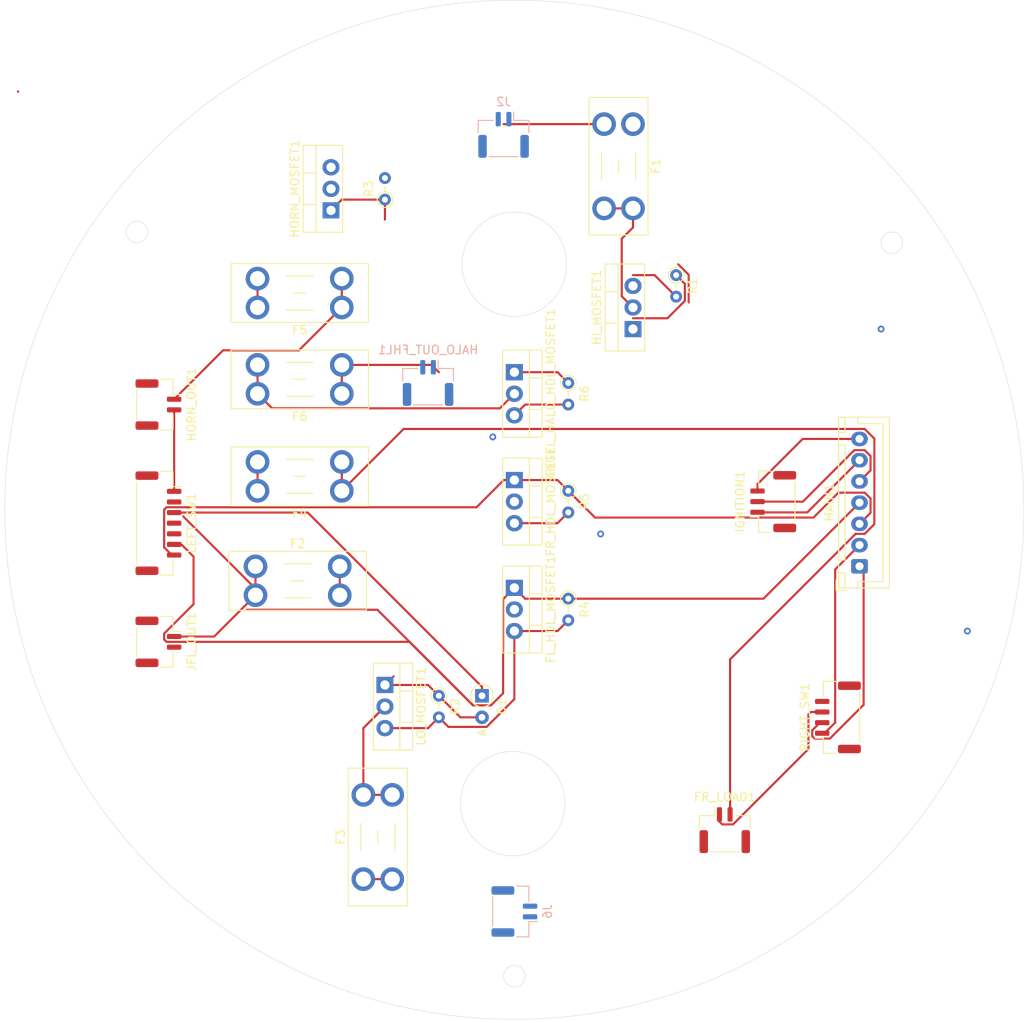
<source format=kicad_pcb>
(kicad_pcb (version 20171130) (host pcbnew "(5.1.10)-1")

  (general
    (thickness 1.6)
    (drawings 10)
    (tracks 145)
    (zones 0)
    (modules 29)
    (nets 26)
  )

  (page A4)
  (layers
    (0 F.Cu signal)
    (31 B.Cu signal)
    (32 B.Adhes user)
    (33 F.Adhes user)
    (34 B.Paste user)
    (35 F.Paste user)
    (36 B.SilkS user)
    (37 F.SilkS user)
    (38 B.Mask user)
    (39 F.Mask user)
    (40 Dwgs.User user)
    (41 Cmts.User user)
    (42 Eco1.User user)
    (43 Eco2.User user)
    (44 Edge.Cuts user)
    (45 Margin user)
    (46 B.CrtYd user)
    (47 F.CrtYd user)
    (48 B.Fab user)
    (49 F.Fab user)
  )

  (setup
    (last_trace_width 0.25)
    (trace_clearance 0.2)
    (zone_clearance 0.508)
    (zone_45_only no)
    (trace_min 0.2)
    (via_size 0.8)
    (via_drill 0.4)
    (via_min_size 0.4)
    (via_min_drill 0.3)
    (uvia_size 0.3)
    (uvia_drill 0.1)
    (uvias_allowed no)
    (uvia_min_size 0.2)
    (uvia_min_drill 0.1)
    (edge_width 0.05)
    (segment_width 0.2)
    (pcb_text_width 0.3)
    (pcb_text_size 1.5 1.5)
    (mod_edge_width 0.12)
    (mod_text_size 1 1)
    (mod_text_width 0.15)
    (pad_size 1.524 1.524)
    (pad_drill 0.762)
    (pad_to_mask_clearance 0)
    (aux_axis_origin 0 0)
    (visible_elements 7FFFFFFF)
    (pcbplotparams
      (layerselection 0x010fc_ffffffff)
      (usegerberextensions false)
      (usegerberattributes true)
      (usegerberadvancedattributes true)
      (creategerberjobfile true)
      (excludeedgelayer true)
      (linewidth 0.100000)
      (plotframeref false)
      (viasonmask false)
      (mode 1)
      (useauxorigin false)
      (hpglpennumber 1)
      (hpglpenspeed 20)
      (hpglpendiameter 15.000000)
      (psnegative false)
      (psa4output false)
      (plotreference true)
      (plotvalue true)
      (plotinvisibletext false)
      (padsonsilk false)
      (subtractmaskfromsilk false)
      (outputformat 1)
      (mirror false)
      (drillshape 1)
      (scaleselection 1)
      (outputdirectory ""))
  )

  (net 0 "")
  (net 1 "Net-(F2-Pad2)")
  (net 2 "Net-(FL_HDL_MOSFET1-Pad1)")
  (net 3 "Net-(F4-Pad2)")
  (net 4 "Net-(FR_HDL_MOSFET1-Pad1)")
  (net 5 "Net-(F1-Pad2)")
  (net 6 "Net-(F5-Pad2)")
  (net 7 "Net-(HORN_MOSFET1-Pad1)")
  (net 8 "Net-(J1-Pad2)")
  (net 9 "Net-(F5-Pad1)")
  (net 10 "Net-(F1-Pad1)")
  (net 11 "Net-(F3-Pad1)")
  (net 12 "Net-(F4-Pad1)")
  (net 13 "Net-(F2-Pad1)")
  (net 14 "Net-(F3-Pad2)")
  (net 15 "Net-(ANGEL_HALO_HDL_MOSFET1-Pad3)")
  (net 16 "Net-(ANGEL_HALO_HDL_MOSFET1-Pad2)")
  (net 17 "Net-(ANGEL_HALO_HDL_MOSFET1-Pad1)")
  (net 18 "Net-(F6-Pad1)")
  (net 19 "Net-(FR_LOAD1-Pad2)")
  (net 20 "Net-(IGNITION1-Pad1)")
  (net 21 "Net-(MAIN1-Pad1)")
  (net 22 "Net-(D1-Pad2)")
  (net 23 "Net-(D1-Pad1)")
  (net 24 "Net-(MAIN1-Pad2)")
  (net 25 "Net-(FR_LOAD1-Pad1)")

  (net_class Default "This is the default net class."
    (clearance 0.2)
    (trace_width 0.25)
    (via_dia 0.8)
    (via_drill 0.4)
    (uvia_dia 0.3)
    (uvia_drill 0.1)
    (add_net "Net-(ANGEL_HALO_HDL_MOSFET1-Pad1)")
    (add_net "Net-(ANGEL_HALO_HDL_MOSFET1-Pad2)")
    (add_net "Net-(ANGEL_HALO_HDL_MOSFET1-Pad3)")
    (add_net "Net-(D1-Pad1)")
    (add_net "Net-(D1-Pad2)")
    (add_net "Net-(F1-Pad1)")
    (add_net "Net-(F1-Pad2)")
    (add_net "Net-(F2-Pad1)")
    (add_net "Net-(F2-Pad2)")
    (add_net "Net-(F3-Pad1)")
    (add_net "Net-(F3-Pad2)")
    (add_net "Net-(F4-Pad1)")
    (add_net "Net-(F4-Pad2)")
    (add_net "Net-(F5-Pad1)")
    (add_net "Net-(F5-Pad2)")
    (add_net "Net-(F6-Pad1)")
    (add_net "Net-(FL_HDL_MOSFET1-Pad1)")
    (add_net "Net-(FR_HDL_MOSFET1-Pad1)")
    (add_net "Net-(FR_LOAD1-Pad1)")
    (add_net "Net-(FR_LOAD1-Pad2)")
    (add_net "Net-(HORN_MOSFET1-Pad1)")
    (add_net "Net-(IGNITION1-Pad1)")
    (add_net "Net-(J1-Pad2)")
    (add_net "Net-(MAIN1-Pad1)")
    (add_net "Net-(MAIN1-Pad2)")
  )

  (module Fuse:Fuseholder_Blade_Mini_Keystone_3568 (layer F.Cu) (tedit 5C39DE81) (tstamp 66A5E2BE)
    (at 130.81 66.04 180)
    (descr "fuse holder, car blade fuse mini, http://www.keyelco.com/product-pdf.cfm?p=306")
    (tags "car blade fuse mini")
    (path /66F05137)
    (fp_text reference F5 (at 4.96 -2.67) (layer F.SilkS)
      (effects (font (size 1 1) (thickness 0.15)))
    )
    (fp_text value HORN_FUSE (at 4.96 6.07) (layer F.Fab)
      (effects (font (size 1 1) (thickness 0.15)))
    )
    (fp_text user %R (at 4.96 1.7) (layer F.Fab)
      (effects (font (size 1 1) (thickness 0.15)))
    )
    (fp_line (start -3.04 -1.67) (end -3.04 5.07) (layer F.Fab) (width 0.1))
    (fp_line (start -3.04 5.07) (end 12.96 5.07) (layer F.Fab) (width 0.1))
    (fp_line (start 12.96 5.07) (end 12.96 -1.67) (layer F.Fab) (width 0.1))
    (fp_line (start 12.96 -1.67) (end -3.04 -1.67) (layer F.Fab) (width 0.1))
    (fp_line (start -3.14 -1.77) (end -3.14 5.17) (layer F.SilkS) (width 0.12))
    (fp_line (start -3.14 5.17) (end 13.06 5.17) (layer F.SilkS) (width 0.12))
    (fp_line (start 13.06 5.17) (end 13.06 -1.77) (layer F.SilkS) (width 0.12))
    (fp_line (start 13.06 -1.77) (end -3.14 -1.77) (layer F.SilkS) (width 0.12))
    (fp_line (start 4.21 1.7) (end 5.71 1.7) (layer F.SilkS) (width 0.12))
    (fp_line (start 6.56 3.7) (end 3.36 3.7) (layer F.SilkS) (width 0.12))
    (fp_line (start 3.36 -0.3) (end 6.56 -0.3) (layer F.SilkS) (width 0.12))
    (fp_line (start -3.29 -1.92) (end -3.29 5.32) (layer F.CrtYd) (width 0.05))
    (fp_line (start -3.29 5.32) (end 13.21 5.32) (layer F.CrtYd) (width 0.05))
    (fp_line (start 13.21 5.32) (end 13.21 -1.92) (layer F.CrtYd) (width 0.05))
    (fp_line (start 13.21 -1.92) (end -3.29 -1.92) (layer F.CrtYd) (width 0.05))
    (pad 2 thru_hole circle (at 9.92 3.4 180) (size 2.78 2.78) (drill 1.78) (layers *.Cu *.Mask)
      (net 6 "Net-(F5-Pad2)"))
    (pad 2 thru_hole circle (at 9.92 0 180) (size 2.78 2.78) (drill 1.78) (layers *.Cu *.Mask)
      (net 6 "Net-(F5-Pad2)"))
    (pad 1 thru_hole circle (at 0 3.4 180) (size 2.78 2.78) (drill 1.78) (layers *.Cu *.Mask)
      (net 9 "Net-(F5-Pad1)"))
    (pad 1 thru_hole circle (at 0 0 180) (size 2.78 2.78) (drill 1.78) (layers *.Cu *.Mask)
      (net 9 "Net-(F5-Pad1)"))
    (model ${KISYS3DMOD}/Fuse.3dshapes/Fuseholder_Blade_Mini_Keystone_3568.wrl
      (at (xyz 0 0 0))
      (scale (xyz 1 1 1))
      (rotate (xyz 0 0 0))
    )
  )

  (module Fuse:Fuseholder_Blade_Mini_Keystone_3568 (layer F.Cu) (tedit 5C39DE81) (tstamp 66A5E2A6)
    (at 130.81 87.63 180)
    (descr "fuse holder, car blade fuse mini, http://www.keyelco.com/product-pdf.cfm?p=306")
    (tags "car blade fuse mini")
    (path /6707049C)
    (fp_text reference F4 (at 4.96 -2.67) (layer F.SilkS)
      (effects (font (size 1 1) (thickness 0.15)))
    )
    (fp_text value FR_HDL_FUSE (at 4.96 6.07) (layer F.Fab)
      (effects (font (size 1 1) (thickness 0.15)))
    )
    (fp_text user %R (at 4.96 1.7) (layer F.Fab)
      (effects (font (size 1 1) (thickness 0.15)))
    )
    (fp_line (start -3.04 -1.67) (end -3.04 5.07) (layer F.Fab) (width 0.1))
    (fp_line (start -3.04 5.07) (end 12.96 5.07) (layer F.Fab) (width 0.1))
    (fp_line (start 12.96 5.07) (end 12.96 -1.67) (layer F.Fab) (width 0.1))
    (fp_line (start 12.96 -1.67) (end -3.04 -1.67) (layer F.Fab) (width 0.1))
    (fp_line (start -3.14 -1.77) (end -3.14 5.17) (layer F.SilkS) (width 0.12))
    (fp_line (start -3.14 5.17) (end 13.06 5.17) (layer F.SilkS) (width 0.12))
    (fp_line (start 13.06 5.17) (end 13.06 -1.77) (layer F.SilkS) (width 0.12))
    (fp_line (start 13.06 -1.77) (end -3.14 -1.77) (layer F.SilkS) (width 0.12))
    (fp_line (start 4.21 1.7) (end 5.71 1.7) (layer F.SilkS) (width 0.12))
    (fp_line (start 6.56 3.7) (end 3.36 3.7) (layer F.SilkS) (width 0.12))
    (fp_line (start 3.36 -0.3) (end 6.56 -0.3) (layer F.SilkS) (width 0.12))
    (fp_line (start -3.29 -1.92) (end -3.29 5.32) (layer F.CrtYd) (width 0.05))
    (fp_line (start -3.29 5.32) (end 13.21 5.32) (layer F.CrtYd) (width 0.05))
    (fp_line (start 13.21 5.32) (end 13.21 -1.92) (layer F.CrtYd) (width 0.05))
    (fp_line (start 13.21 -1.92) (end -3.29 -1.92) (layer F.CrtYd) (width 0.05))
    (pad 2 thru_hole circle (at 9.92 3.4 180) (size 2.78 2.78) (drill 1.78) (layers *.Cu *.Mask)
      (net 3 "Net-(F4-Pad2)"))
    (pad 2 thru_hole circle (at 9.92 0 180) (size 2.78 2.78) (drill 1.78) (layers *.Cu *.Mask)
      (net 3 "Net-(F4-Pad2)"))
    (pad 1 thru_hole circle (at 0 3.4 180) (size 2.78 2.78) (drill 1.78) (layers *.Cu *.Mask)
      (net 12 "Net-(F4-Pad1)"))
    (pad 1 thru_hole circle (at 0 0 180) (size 2.78 2.78) (drill 1.78) (layers *.Cu *.Mask)
      (net 12 "Net-(F4-Pad1)"))
    (model ${KISYS3DMOD}/Fuse.3dshapes/Fuseholder_Blade_Mini_Keystone_3568.wrl
      (at (xyz 0 0 0))
      (scale (xyz 1 1 1))
      (rotate (xyz 0 0 0))
    )
  )

  (module Fuse:Fuseholder_Blade_Mini_Keystone_3568 (layer F.Cu) (tedit 5C39DE81) (tstamp 66A5E28E)
    (at 133.35 133.35 90)
    (descr "fuse holder, car blade fuse mini, http://www.keyelco.com/product-pdf.cfm?p=306")
    (tags "car blade fuse mini")
    (path /66A68DB3)
    (fp_text reference F3 (at 4.96 -2.67 90) (layer F.SilkS)
      (effects (font (size 1 1) (thickness 0.15)))
    )
    (fp_text value LO_FUSE (at 4.96 6.07 90) (layer F.Fab)
      (effects (font (size 1 1) (thickness 0.15)))
    )
    (fp_text user %R (at 4.96 1.7 90) (layer F.Fab)
      (effects (font (size 1 1) (thickness 0.15)))
    )
    (fp_line (start -3.04 -1.67) (end -3.04 5.07) (layer F.Fab) (width 0.1))
    (fp_line (start -3.04 5.07) (end 12.96 5.07) (layer F.Fab) (width 0.1))
    (fp_line (start 12.96 5.07) (end 12.96 -1.67) (layer F.Fab) (width 0.1))
    (fp_line (start 12.96 -1.67) (end -3.04 -1.67) (layer F.Fab) (width 0.1))
    (fp_line (start -3.14 -1.77) (end -3.14 5.17) (layer F.SilkS) (width 0.12))
    (fp_line (start -3.14 5.17) (end 13.06 5.17) (layer F.SilkS) (width 0.12))
    (fp_line (start 13.06 5.17) (end 13.06 -1.77) (layer F.SilkS) (width 0.12))
    (fp_line (start 13.06 -1.77) (end -3.14 -1.77) (layer F.SilkS) (width 0.12))
    (fp_line (start 4.21 1.7) (end 5.71 1.7) (layer F.SilkS) (width 0.12))
    (fp_line (start 6.56 3.7) (end 3.36 3.7) (layer F.SilkS) (width 0.12))
    (fp_line (start 3.36 -0.3) (end 6.56 -0.3) (layer F.SilkS) (width 0.12))
    (fp_line (start -3.29 -1.92) (end -3.29 5.32) (layer F.CrtYd) (width 0.05))
    (fp_line (start -3.29 5.32) (end 13.21 5.32) (layer F.CrtYd) (width 0.05))
    (fp_line (start 13.21 5.32) (end 13.21 -1.92) (layer F.CrtYd) (width 0.05))
    (fp_line (start 13.21 -1.92) (end -3.29 -1.92) (layer F.CrtYd) (width 0.05))
    (pad 2 thru_hole circle (at 9.92 3.4 90) (size 2.78 2.78) (drill 1.78) (layers *.Cu *.Mask)
      (net 14 "Net-(F3-Pad2)"))
    (pad 2 thru_hole circle (at 9.92 0 90) (size 2.78 2.78) (drill 1.78) (layers *.Cu *.Mask)
      (net 14 "Net-(F3-Pad2)"))
    (pad 1 thru_hole circle (at 0 3.4 90) (size 2.78 2.78) (drill 1.78) (layers *.Cu *.Mask)
      (net 11 "Net-(F3-Pad1)"))
    (pad 1 thru_hole circle (at 0 0 90) (size 2.78 2.78) (drill 1.78) (layers *.Cu *.Mask)
      (net 11 "Net-(F3-Pad1)"))
    (model ${KISYS3DMOD}/Fuse.3dshapes/Fuseholder_Blade_Mini_Keystone_3568.wrl
      (at (xyz 0 0 0))
      (scale (xyz 1 1 1))
      (rotate (xyz 0 0 0))
    )
  )

  (module Fuse:Fuseholder_Blade_Mini_Keystone_3568 (layer F.Cu) (tedit 5C39DE81) (tstamp 66A5E276)
    (at 120.65 96.52)
    (descr "fuse holder, car blade fuse mini, http://www.keyelco.com/product-pdf.cfm?p=306")
    (tags "car blade fuse mini")
    (path /670704A3)
    (fp_text reference F2 (at 4.96 -2.67) (layer F.SilkS)
      (effects (font (size 1 1) (thickness 0.15)))
    )
    (fp_text value FL_HDL_FUSE (at 4.96 6.07) (layer F.Fab)
      (effects (font (size 1 1) (thickness 0.15)))
    )
    (fp_text user %R (at 4.96 1.7) (layer F.Fab)
      (effects (font (size 1 1) (thickness 0.15)))
    )
    (fp_line (start -3.04 -1.67) (end -3.04 5.07) (layer F.Fab) (width 0.1))
    (fp_line (start -3.04 5.07) (end 12.96 5.07) (layer F.Fab) (width 0.1))
    (fp_line (start 12.96 5.07) (end 12.96 -1.67) (layer F.Fab) (width 0.1))
    (fp_line (start 12.96 -1.67) (end -3.04 -1.67) (layer F.Fab) (width 0.1))
    (fp_line (start -3.14 -1.77) (end -3.14 5.17) (layer F.SilkS) (width 0.12))
    (fp_line (start -3.14 5.17) (end 13.06 5.17) (layer F.SilkS) (width 0.12))
    (fp_line (start 13.06 5.17) (end 13.06 -1.77) (layer F.SilkS) (width 0.12))
    (fp_line (start 13.06 -1.77) (end -3.14 -1.77) (layer F.SilkS) (width 0.12))
    (fp_line (start 4.21 1.7) (end 5.71 1.7) (layer F.SilkS) (width 0.12))
    (fp_line (start 6.56 3.7) (end 3.36 3.7) (layer F.SilkS) (width 0.12))
    (fp_line (start 3.36 -0.3) (end 6.56 -0.3) (layer F.SilkS) (width 0.12))
    (fp_line (start -3.29 -1.92) (end -3.29 5.32) (layer F.CrtYd) (width 0.05))
    (fp_line (start -3.29 5.32) (end 13.21 5.32) (layer F.CrtYd) (width 0.05))
    (fp_line (start 13.21 5.32) (end 13.21 -1.92) (layer F.CrtYd) (width 0.05))
    (fp_line (start 13.21 -1.92) (end -3.29 -1.92) (layer F.CrtYd) (width 0.05))
    (pad 2 thru_hole circle (at 9.92 3.4) (size 2.78 2.78) (drill 1.78) (layers *.Cu *.Mask)
      (net 1 "Net-(F2-Pad2)"))
    (pad 2 thru_hole circle (at 9.92 0) (size 2.78 2.78) (drill 1.78) (layers *.Cu *.Mask)
      (net 1 "Net-(F2-Pad2)"))
    (pad 1 thru_hole circle (at 0 3.4) (size 2.78 2.78) (drill 1.78) (layers *.Cu *.Mask)
      (net 13 "Net-(F2-Pad1)"))
    (pad 1 thru_hole circle (at 0 0) (size 2.78 2.78) (drill 1.78) (layers *.Cu *.Mask)
      (net 13 "Net-(F2-Pad1)"))
    (model ${KISYS3DMOD}/Fuse.3dshapes/Fuseholder_Blade_Mini_Keystone_3568.wrl
      (at (xyz 0 0 0))
      (scale (xyz 1 1 1))
      (rotate (xyz 0 0 0))
    )
  )

  (module Fuse:Fuseholder_Blade_Mini_Keystone_3568 (layer F.Cu) (tedit 5C39DE81) (tstamp 66C92313)
    (at 165.1 44.45 270)
    (descr "fuse holder, car blade fuse mini, http://www.keyelco.com/product-pdf.cfm?p=306")
    (tags "car blade fuse mini")
    (path /66A4FD3E)
    (fp_text reference F1 (at 4.96 -2.67 90) (layer F.SilkS)
      (effects (font (size 1 1) (thickness 0.15)))
    )
    (fp_text value HI_FUSE (at 4.96 6.07 90) (layer F.Fab)
      (effects (font (size 1 1) (thickness 0.15)))
    )
    (fp_text user %R (at 5.08 2.54 90) (layer F.Fab)
      (effects (font (size 1 1) (thickness 0.15)))
    )
    (fp_line (start -3.04 -1.67) (end -3.04 5.07) (layer F.Fab) (width 0.1))
    (fp_line (start -3.04 5.07) (end 12.96 5.07) (layer F.Fab) (width 0.1))
    (fp_line (start 12.96 5.07) (end 12.96 -1.67) (layer F.Fab) (width 0.1))
    (fp_line (start 12.96 -1.67) (end -3.04 -1.67) (layer F.Fab) (width 0.1))
    (fp_line (start -3.14 -1.77) (end -3.14 5.17) (layer F.SilkS) (width 0.12))
    (fp_line (start -3.14 5.17) (end 13.06 5.17) (layer F.SilkS) (width 0.12))
    (fp_line (start 13.06 5.17) (end 13.06 -1.77) (layer F.SilkS) (width 0.12))
    (fp_line (start 13.06 -1.77) (end -3.14 -1.77) (layer F.SilkS) (width 0.12))
    (fp_line (start 4.21 1.7) (end 5.71 1.7) (layer F.SilkS) (width 0.12))
    (fp_line (start 6.56 3.7) (end 3.36 3.7) (layer F.SilkS) (width 0.12))
    (fp_line (start 3.36 -0.3) (end 6.56 -0.3) (layer F.SilkS) (width 0.12))
    (fp_line (start -3.29 -1.92) (end -3.29 5.32) (layer F.CrtYd) (width 0.05))
    (fp_line (start -3.29 5.32) (end 13.21 5.32) (layer F.CrtYd) (width 0.05))
    (fp_line (start 13.21 5.32) (end 13.21 -1.92) (layer F.CrtYd) (width 0.05))
    (fp_line (start 13.21 -1.92) (end -3.29 -1.92) (layer F.CrtYd) (width 0.05))
    (pad 2 thru_hole circle (at 9.92 3.4 270) (size 2.78 2.78) (drill 1.78) (layers *.Cu *.Mask)
      (net 5 "Net-(F1-Pad2)"))
    (pad 2 thru_hole circle (at 9.92 0 270) (size 2.78 2.78) (drill 1.78) (layers *.Cu *.Mask)
      (net 5 "Net-(F1-Pad2)"))
    (pad 1 thru_hole circle (at 0 3.4 270) (size 2.78 2.78) (drill 1.78) (layers *.Cu *.Mask)
      (net 10 "Net-(F1-Pad1)"))
    (pad 1 thru_hole circle (at 0 0 270) (size 2.78 2.78) (drill 1.78) (layers *.Cu *.Mask)
      (net 10 "Net-(F1-Pad1)"))
    (model ${KISYS3DMOD}/Fuse.3dshapes/Fuseholder_Blade_Mini_Keystone_3568.wrl
      (at (xyz 0 0 0))
      (scale (xyz 1 1 1))
      (rotate (xyz 0 0 0))
    )
  )

  (module Fuse:Fuseholder_Blade_Mini_Keystone_3568 (layer F.Cu) (tedit 5C39DE81) (tstamp 66BCEDCB)
    (at 130.81 76.2 180)
    (descr "fuse holder, car blade fuse mini, http://www.keyelco.com/product-pdf.cfm?p=306")
    (tags "car blade fuse mini")
    (path /66C44C79)
    (fp_text reference F6 (at 4.96 -2.67) (layer F.SilkS)
      (effects (font (size 1 1) (thickness 0.15)))
    )
    (fp_text value ANGEL_HDL_FUSE (at 4.96 6.07) (layer F.Fab)
      (effects (font (size 1 1) (thickness 0.15)))
    )
    (fp_text user %R (at 5.08 1.7) (layer F.Fab)
      (effects (font (size 1 1) (thickness 0.15)))
    )
    (fp_line (start -3.04 -1.67) (end -3.04 5.07) (layer F.Fab) (width 0.1))
    (fp_line (start -3.04 5.07) (end 12.96 5.07) (layer F.Fab) (width 0.1))
    (fp_line (start 12.96 5.07) (end 12.96 -1.67) (layer F.Fab) (width 0.1))
    (fp_line (start 12.96 -1.67) (end -3.04 -1.67) (layer F.Fab) (width 0.1))
    (fp_line (start -3.14 -1.77) (end -3.14 5.17) (layer F.SilkS) (width 0.12))
    (fp_line (start -3.14 5.17) (end 13.06 5.17) (layer F.SilkS) (width 0.12))
    (fp_line (start 13.06 5.17) (end 13.06 -1.77) (layer F.SilkS) (width 0.12))
    (fp_line (start 13.06 -1.77) (end -3.14 -1.77) (layer F.SilkS) (width 0.12))
    (fp_line (start 4.21 1.7) (end 5.71 1.7) (layer F.SilkS) (width 0.12))
    (fp_line (start 6.56 3.7) (end 3.36 3.7) (layer F.SilkS) (width 0.12))
    (fp_line (start 3.36 -0.3) (end 6.56 -0.3) (layer F.SilkS) (width 0.12))
    (fp_line (start -3.29 -1.92) (end -3.29 5.32) (layer F.CrtYd) (width 0.05))
    (fp_line (start -3.29 5.32) (end 13.21 5.32) (layer F.CrtYd) (width 0.05))
    (fp_line (start 13.21 5.32) (end 13.21 -1.92) (layer F.CrtYd) (width 0.05))
    (fp_line (start 13.21 -1.92) (end -3.29 -1.92) (layer F.CrtYd) (width 0.05))
    (pad 2 thru_hole circle (at 9.92 3.4 180) (size 2.78 2.78) (drill 1.78) (layers *.Cu *.Mask)
      (net 16 "Net-(ANGEL_HALO_HDL_MOSFET1-Pad2)"))
    (pad 2 thru_hole circle (at 9.92 0 180) (size 2.78 2.78) (drill 1.78) (layers *.Cu *.Mask)
      (net 16 "Net-(ANGEL_HALO_HDL_MOSFET1-Pad2)"))
    (pad 1 thru_hole circle (at 0 3.4 180) (size 2.78 2.78) (drill 1.78) (layers *.Cu *.Mask)
      (net 18 "Net-(F6-Pad1)"))
    (pad 1 thru_hole circle (at 0 0 180) (size 2.78 2.78) (drill 1.78) (layers *.Cu *.Mask)
      (net 18 "Net-(F6-Pad1)"))
    (model ${KISYS3DMOD}/Fuse.3dshapes/Fuseholder_Blade_Mini_Keystone_3568.wrl
      (at (xyz 0 0 0))
      (scale (xyz 1 1 1))
      (rotate (xyz 0 0 0))
    )
  )

  (module Connector_JST:JST_GH_SM04B-GHS-TB_1x04-1MP_P1.25mm_Horizontal (layer F.Cu) (tedit 5B78AD87) (tstamp 66A72FAE)
    (at 189.23 114.3 90)
    (descr "JST GH series connector, SM04B-GHS-TB (http://www.jst-mfg.com/product/pdf/eng/eGH.pdf), generated with kicad-footprint-generator")
    (tags "connector JST GH top entry")
    (path /66A61232)
    (attr smd)
    (fp_text reference RIGHT_SW1 (at 0 -3.9 90) (layer F.SilkS)
      (effects (font (size 1 1) (thickness 0.15)))
    )
    (fp_text value J3 (at 0 3.9 90) (layer F.Fab)
      (effects (font (size 1 1) (thickness 0.15)))
    )
    (fp_text user %R (at 0 0 90) (layer F.Fab)
      (effects (font (size 1 1) (thickness 0.15)))
    )
    (fp_line (start -4.125 -1.6) (end 4.125 -1.6) (layer F.Fab) (width 0.1))
    (fp_line (start -4.235 -0.26) (end -4.235 -1.71) (layer F.SilkS) (width 0.12))
    (fp_line (start -4.235 -1.71) (end -2.435 -1.71) (layer F.SilkS) (width 0.12))
    (fp_line (start -2.435 -1.71) (end -2.435 -2.7) (layer F.SilkS) (width 0.12))
    (fp_line (start 4.235 -0.26) (end 4.235 -1.71) (layer F.SilkS) (width 0.12))
    (fp_line (start 4.235 -1.71) (end 2.435 -1.71) (layer F.SilkS) (width 0.12))
    (fp_line (start -2.965 2.56) (end 2.965 2.56) (layer F.SilkS) (width 0.12))
    (fp_line (start -4.125 2.45) (end 4.125 2.45) (layer F.Fab) (width 0.1))
    (fp_line (start -4.125 -1.6) (end -4.125 2.45) (layer F.Fab) (width 0.1))
    (fp_line (start 4.125 -1.6) (end 4.125 2.45) (layer F.Fab) (width 0.1))
    (fp_line (start -4.72 -3.2) (end -4.72 3.2) (layer F.CrtYd) (width 0.05))
    (fp_line (start -4.72 3.2) (end 4.72 3.2) (layer F.CrtYd) (width 0.05))
    (fp_line (start 4.72 3.2) (end 4.72 -3.2) (layer F.CrtYd) (width 0.05))
    (fp_line (start 4.72 -3.2) (end -4.72 -3.2) (layer F.CrtYd) (width 0.05))
    (fp_line (start -2.375 -1.6) (end -1.875 -0.892893) (layer F.Fab) (width 0.1))
    (fp_line (start -1.875 -0.892893) (end -1.375 -1.6) (layer F.Fab) (width 0.1))
    (pad MP smd roundrect (at 3.725 1.35 90) (size 1 2.7) (layers F.Cu F.Paste F.Mask) (roundrect_rratio 0.25))
    (pad MP smd roundrect (at -3.725 1.35 90) (size 1 2.7) (layers F.Cu F.Paste F.Mask) (roundrect_rratio 0.25))
    (pad 4 smd roundrect (at 1.875 -1.85 90) (size 0.6 1.7) (layers F.Cu F.Paste F.Mask) (roundrect_rratio 0.25)
      (net 15 "Net-(ANGEL_HALO_HDL_MOSFET1-Pad3)"))
    (pad 3 smd roundrect (at 0.625 -1.85 90) (size 0.6 1.7) (layers F.Cu F.Paste F.Mask) (roundrect_rratio 0.25)
      (net 25 "Net-(FR_LOAD1-Pad1)"))
    (pad 2 smd roundrect (at -0.625 -1.85 90) (size 0.6 1.7) (layers F.Cu F.Paste F.Mask) (roundrect_rratio 0.25)
      (net 21 "Net-(MAIN1-Pad1)"))
    (pad 1 smd roundrect (at -1.875 -1.85 90) (size 0.6 1.7) (layers F.Cu F.Paste F.Mask) (roundrect_rratio 0.25)
      (net 24 "Net-(MAIN1-Pad2)"))
    (model ${KISYS3DMOD}/Connector_JST.3dshapes/JST_GH_SM04B-GHS-TB_1x04-1MP_P1.25mm_Horizontal.wrl
      (at (xyz 0 0 0))
      (scale (xyz 1 1 1))
      (rotate (xyz 0 0 0))
    )
  )

  (module Connector_JST:JST_GH_SM07B-GHS-TB_1x07-1MP_P1.25mm_Horizontal (layer F.Cu) (tedit 5B78AD87) (tstamp 66BD62AD)
    (at 109.22 91.44 270)
    (descr "JST GH series connector, SM07B-GHS-TB (http://www.jst-mfg.com/product/pdf/eng/eGH.pdf), generated with kicad-footprint-generator")
    (tags "connector JST GH top entry")
    (path /66AC9141)
    (attr smd)
    (fp_text reference LEFT_SW1 (at 0 -3.9 90) (layer F.SilkS)
      (effects (font (size 1 1) (thickness 0.15)))
    )
    (fp_text value J5 (at 0 3.9 90) (layer F.Fab)
      (effects (font (size 1 1) (thickness 0.15)))
    )
    (fp_text user %R (at 0 0 90) (layer F.Fab)
      (effects (font (size 1 1) (thickness 0.15)))
    )
    (fp_line (start -6 -1.6) (end 6 -1.6) (layer F.Fab) (width 0.1))
    (fp_line (start -6.11 -0.26) (end -6.11 -1.71) (layer F.SilkS) (width 0.12))
    (fp_line (start -6.11 -1.71) (end -4.31 -1.71) (layer F.SilkS) (width 0.12))
    (fp_line (start -4.31 -1.71) (end -4.31 -2.7) (layer F.SilkS) (width 0.12))
    (fp_line (start 6.11 -0.26) (end 6.11 -1.71) (layer F.SilkS) (width 0.12))
    (fp_line (start 6.11 -1.71) (end 4.31 -1.71) (layer F.SilkS) (width 0.12))
    (fp_line (start -4.84 2.56) (end 4.84 2.56) (layer F.SilkS) (width 0.12))
    (fp_line (start -6 2.45) (end 6 2.45) (layer F.Fab) (width 0.1))
    (fp_line (start -6 -1.6) (end -6 2.45) (layer F.Fab) (width 0.1))
    (fp_line (start 6 -1.6) (end 6 2.45) (layer F.Fab) (width 0.1))
    (fp_line (start -6.6 -3.2) (end -6.6 3.2) (layer F.CrtYd) (width 0.05))
    (fp_line (start -6.6 3.2) (end 6.6 3.2) (layer F.CrtYd) (width 0.05))
    (fp_line (start 6.6 3.2) (end 6.6 -3.2) (layer F.CrtYd) (width 0.05))
    (fp_line (start 6.6 -3.2) (end -6.6 -3.2) (layer F.CrtYd) (width 0.05))
    (fp_line (start -4.25 -1.6) (end -3.75 -0.892893) (layer F.Fab) (width 0.1))
    (fp_line (start -3.75 -0.892893) (end -3.25 -1.6) (layer F.Fab) (width 0.1))
    (pad MP smd roundrect (at 5.6 1.35 270) (size 1 2.7) (layers F.Cu F.Paste F.Mask) (roundrect_rratio 0.25))
    (pad MP smd roundrect (at -5.6 1.35 270) (size 1 2.7) (layers F.Cu F.Paste F.Mask) (roundrect_rratio 0.25))
    (pad 7 smd roundrect (at 3.75 -1.85 270) (size 0.6 1.7) (layers F.Cu F.Paste F.Mask) (roundrect_rratio 0.25)
      (net 4 "Net-(FR_HDL_MOSFET1-Pad1)"))
    (pad 6 smd roundrect (at 2.5 -1.85 270) (size 0.6 1.7) (layers F.Cu F.Paste F.Mask) (roundrect_rratio 0.25)
      (net 2 "Net-(FL_HDL_MOSFET1-Pad1)"))
    (pad 5 smd roundrect (at 1.25 -1.85 270) (size 0.6 1.7) (layers F.Cu F.Paste F.Mask) (roundrect_rratio 0.25)
      (net 7 "Net-(HORN_MOSFET1-Pad1)"))
    (pad 4 smd roundrect (at 0 -1.85 270) (size 0.6 1.7) (layers F.Cu F.Paste F.Mask) (roundrect_rratio 0.25)
      (net 22 "Net-(D1-Pad2)"))
    (pad 3 smd roundrect (at -1.25 -1.85 270) (size 0.6 1.7) (layers F.Cu F.Paste F.Mask) (roundrect_rratio 0.25)
      (net 23 "Net-(D1-Pad1)"))
    (pad 2 smd roundrect (at -2.5 -1.85 270) (size 0.6 1.7) (layers F.Cu F.Paste F.Mask) (roundrect_rratio 0.25)
      (net 15 "Net-(ANGEL_HALO_HDL_MOSFET1-Pad3)"))
    (pad 1 smd roundrect (at -3.75 -1.85 270) (size 0.6 1.7) (layers F.Cu F.Paste F.Mask) (roundrect_rratio 0.25)
      (net 25 "Net-(FR_LOAD1-Pad1)"))
    (model ${KISYS3DMOD}/Connector_JST.3dshapes/JST_GH_SM07B-GHS-TB_1x07-1MP_P1.25mm_Horizontal.wrl
      (at (xyz 0 0 0))
      (scale (xyz 1 1 1))
      (rotate (xyz 0 0 0))
    )
  )

  (module Connector_JST:JST_GH_SM03B-GHS-TB_1x03-1MP_P1.25mm_Horizontal (layer F.Cu) (tedit 5B78AD87) (tstamp 66A73B4B)
    (at 181.61 88.9 90)
    (descr "JST GH series connector, SM03B-GHS-TB (http://www.jst-mfg.com/product/pdf/eng/eGH.pdf), generated with kicad-footprint-generator")
    (tags "connector JST GH top entry")
    (path /66AA9E89)
    (attr smd)
    (fp_text reference IGNITION1 (at 0 -3.9 90) (layer F.SilkS)
      (effects (font (size 1 1) (thickness 0.15)))
    )
    (fp_text value J4 (at 0 3.9 90) (layer F.Fab)
      (effects (font (size 1 1) (thickness 0.15)))
    )
    (fp_text user %R (at 0 0 90) (layer F.Fab)
      (effects (font (size 1 1) (thickness 0.15)))
    )
    (fp_line (start -3.5 -1.6) (end 3.5 -1.6) (layer F.Fab) (width 0.1))
    (fp_line (start -3.61 -0.26) (end -3.61 -1.71) (layer F.SilkS) (width 0.12))
    (fp_line (start -3.61 -1.71) (end -1.81 -1.71) (layer F.SilkS) (width 0.12))
    (fp_line (start -1.81 -1.71) (end -1.81 -2.7) (layer F.SilkS) (width 0.12))
    (fp_line (start 3.61 -0.26) (end 3.61 -1.71) (layer F.SilkS) (width 0.12))
    (fp_line (start 3.61 -1.71) (end 1.81 -1.71) (layer F.SilkS) (width 0.12))
    (fp_line (start -2.34 2.56) (end 2.34 2.56) (layer F.SilkS) (width 0.12))
    (fp_line (start -3.5 2.45) (end 3.5 2.45) (layer F.Fab) (width 0.1))
    (fp_line (start -3.5 -1.6) (end -3.5 2.45) (layer F.Fab) (width 0.1))
    (fp_line (start 3.5 -1.6) (end 3.5 2.45) (layer F.Fab) (width 0.1))
    (fp_line (start -4.1 -3.2) (end -4.1 3.2) (layer F.CrtYd) (width 0.05))
    (fp_line (start -4.1 3.2) (end 4.1 3.2) (layer F.CrtYd) (width 0.05))
    (fp_line (start 4.1 3.2) (end 4.1 -3.2) (layer F.CrtYd) (width 0.05))
    (fp_line (start 4.1 -3.2) (end -4.1 -3.2) (layer F.CrtYd) (width 0.05))
    (fp_line (start -1.75 -1.6) (end -1.25 -0.892893) (layer F.Fab) (width 0.1))
    (fp_line (start -1.25 -0.892893) (end -0.75 -1.6) (layer F.Fab) (width 0.1))
    (pad MP smd roundrect (at 3.1 1.35 90) (size 1 2.7) (layers F.Cu F.Paste F.Mask) (roundrect_rratio 0.25))
    (pad MP smd roundrect (at -3.1 1.35 90) (size 1 2.7) (layers F.Cu F.Paste F.Mask) (roundrect_rratio 0.25))
    (pad 3 smd roundrect (at 1.25 -1.85 90) (size 0.6 1.7) (layers F.Cu F.Paste F.Mask) (roundrect_rratio 0.25)
      (net 15 "Net-(ANGEL_HALO_HDL_MOSFET1-Pad3)"))
    (pad 2 smd roundrect (at 0 -1.85 90) (size 0.6 1.7) (layers F.Cu F.Paste F.Mask) (roundrect_rratio 0.25)
      (net 25 "Net-(FR_LOAD1-Pad1)"))
    (pad 1 smd roundrect (at -1.25 -1.85 90) (size 0.6 1.7) (layers F.Cu F.Paste F.Mask) (roundrect_rratio 0.25)
      (net 20 "Net-(IGNITION1-Pad1)"))
    (model ${KISYS3DMOD}/Connector_JST.3dshapes/JST_GH_SM03B-GHS-TB_1x03-1MP_P1.25mm_Horizontal.wrl
      (at (xyz 0 0 0))
      (scale (xyz 1 1 1))
      (rotate (xyz 0 0 0))
    )
  )

  (module Connector_JST:JST_GH_SM02B-GHS-TB_1x02-1MP_P1.25mm_Horizontal (layer F.Cu) (tedit 5B78AD87) (tstamp 66BD61EF)
    (at 109.22 105.41 270)
    (descr "JST GH series connector, SM02B-GHS-TB (http://www.jst-mfg.com/product/pdf/eng/eGH.pdf), generated with kicad-footprint-generator")
    (tags "connector JST GH top entry")
    (path /670704A9)
    (attr smd)
    (fp_text reference JFL_OUT1 (at 0 -3.9 90) (layer F.SilkS)
      (effects (font (size 1 1) (thickness 0.15)))
    )
    (fp_text value J9 (at 0 3.9 90) (layer F.Fab)
      (effects (font (size 1 1) (thickness 0.15)))
    )
    (fp_text user %R (at 0 0 90) (layer F.Fab)
      (effects (font (size 1 1) (thickness 0.15)))
    )
    (fp_line (start -2.875 -1.6) (end 2.875 -1.6) (layer F.Fab) (width 0.1))
    (fp_line (start -2.985 -0.26) (end -2.985 -1.71) (layer F.SilkS) (width 0.12))
    (fp_line (start -2.985 -1.71) (end -1.185 -1.71) (layer F.SilkS) (width 0.12))
    (fp_line (start -1.185 -1.71) (end -1.185 -2.7) (layer F.SilkS) (width 0.12))
    (fp_line (start 2.985 -0.26) (end 2.985 -1.71) (layer F.SilkS) (width 0.12))
    (fp_line (start 2.985 -1.71) (end 1.185 -1.71) (layer F.SilkS) (width 0.12))
    (fp_line (start -1.715 2.56) (end 1.715 2.56) (layer F.SilkS) (width 0.12))
    (fp_line (start -2.875 2.45) (end 2.875 2.45) (layer F.Fab) (width 0.1))
    (fp_line (start -2.875 -1.6) (end -2.875 2.45) (layer F.Fab) (width 0.1))
    (fp_line (start 2.875 -1.6) (end 2.875 2.45) (layer F.Fab) (width 0.1))
    (fp_line (start -3.48 -3.2) (end -3.48 3.2) (layer F.CrtYd) (width 0.05))
    (fp_line (start -3.48 3.2) (end 3.48 3.2) (layer F.CrtYd) (width 0.05))
    (fp_line (start 3.48 3.2) (end 3.48 -3.2) (layer F.CrtYd) (width 0.05))
    (fp_line (start 3.48 -3.2) (end -3.48 -3.2) (layer F.CrtYd) (width 0.05))
    (fp_line (start -1.125 -1.6) (end -0.625 -0.892893) (layer F.Fab) (width 0.1))
    (fp_line (start -0.625 -0.892893) (end -0.125 -1.6) (layer F.Fab) (width 0.1))
    (pad MP smd roundrect (at 2.475 1.35 270) (size 1 2.7) (layers F.Cu F.Paste F.Mask) (roundrect_rratio 0.25))
    (pad MP smd roundrect (at -2.475 1.35 270) (size 1 2.7) (layers F.Cu F.Paste F.Mask) (roundrect_rratio 0.25))
    (pad 2 smd roundrect (at 0.625 -1.85 270) (size 0.6 1.7) (layers F.Cu F.Paste F.Mask) (roundrect_rratio 0.25)
      (net 25 "Net-(FR_LOAD1-Pad1)"))
    (pad 1 smd roundrect (at -0.625 -1.85 270) (size 0.6 1.7) (layers F.Cu F.Paste F.Mask) (roundrect_rratio 0.25)
      (net 13 "Net-(F2-Pad1)"))
    (model ${KISYS3DMOD}/Connector_JST.3dshapes/JST_GH_SM02B-GHS-TB_1x02-1MP_P1.25mm_Horizontal.wrl
      (at (xyz 0 0 0))
      (scale (xyz 1 1 1))
      (rotate (xyz 0 0 0))
    )
  )

  (module Connector_JST:JST_GH_SM02B-GHS-TB_1x02-1MP_P1.25mm_Horizontal (layer B.Cu) (tedit 5B78AD87) (tstamp 66BD6393)
    (at 151.13 137.16 90)
    (descr "JST GH series connector, SM02B-GHS-TB (http://www.jst-mfg.com/product/pdf/eng/eGH.pdf), generated with kicad-footprint-generator")
    (tags "connector JST GH top entry")
    (path /66DE3BC5)
    (attr smd)
    (fp_text reference J6 (at 0 3.9 90) (layer B.SilkS)
      (effects (font (size 1 1) (thickness 0.15)) (justify mirror))
    )
    (fp_text value LO_OUT (at 0 -3.9 90) (layer B.Fab)
      (effects (font (size 1 1) (thickness 0.15)) (justify mirror))
    )
    (fp_text user %R (at 0 0 90) (layer B.Fab)
      (effects (font (size 1 1) (thickness 0.15)) (justify mirror))
    )
    (fp_line (start -2.875 1.6) (end 2.875 1.6) (layer B.Fab) (width 0.1))
    (fp_line (start -2.985 0.26) (end -2.985 1.71) (layer B.SilkS) (width 0.12))
    (fp_line (start -2.985 1.71) (end -1.185 1.71) (layer B.SilkS) (width 0.12))
    (fp_line (start -1.185 1.71) (end -1.185 2.7) (layer B.SilkS) (width 0.12))
    (fp_line (start 2.985 0.26) (end 2.985 1.71) (layer B.SilkS) (width 0.12))
    (fp_line (start 2.985 1.71) (end 1.185 1.71) (layer B.SilkS) (width 0.12))
    (fp_line (start -1.715 -2.56) (end 1.715 -2.56) (layer B.SilkS) (width 0.12))
    (fp_line (start -2.875 -2.45) (end 2.875 -2.45) (layer B.Fab) (width 0.1))
    (fp_line (start -2.875 1.6) (end -2.875 -2.45) (layer B.Fab) (width 0.1))
    (fp_line (start 2.875 1.6) (end 2.875 -2.45) (layer B.Fab) (width 0.1))
    (fp_line (start -3.48 3.2) (end -3.48 -3.2) (layer B.CrtYd) (width 0.05))
    (fp_line (start -3.48 -3.2) (end 3.48 -3.2) (layer B.CrtYd) (width 0.05))
    (fp_line (start 3.48 -3.2) (end 3.48 3.2) (layer B.CrtYd) (width 0.05))
    (fp_line (start 3.48 3.2) (end -3.48 3.2) (layer B.CrtYd) (width 0.05))
    (fp_line (start -1.125 1.6) (end -0.625 0.892893) (layer B.Fab) (width 0.1))
    (fp_line (start -0.625 0.892893) (end -0.125 1.6) (layer B.Fab) (width 0.1))
    (pad MP smd roundrect (at 2.475 -1.35 90) (size 1 2.7) (layers B.Cu B.Paste B.Mask) (roundrect_rratio 0.25))
    (pad MP smd roundrect (at -2.475 -1.35 90) (size 1 2.7) (layers B.Cu B.Paste B.Mask) (roundrect_rratio 0.25))
    (pad 2 smd roundrect (at 0.625 1.85 90) (size 0.6 1.7) (layers B.Cu B.Paste B.Mask) (roundrect_rratio 0.25)
      (net 25 "Net-(FR_LOAD1-Pad1)"))
    (pad 1 smd roundrect (at -0.625 1.85 90) (size 0.6 1.7) (layers B.Cu B.Paste B.Mask) (roundrect_rratio 0.25)
      (net 11 "Net-(F3-Pad1)"))
    (model ${KISYS3DMOD}/Connector_JST.3dshapes/JST_GH_SM02B-GHS-TB_1x02-1MP_P1.25mm_Horizontal.wrl
      (at (xyz 0 0 0))
      (scale (xyz 1 1 1))
      (rotate (xyz 0 0 0))
    )
  )

  (module Connector_JST:JST_GH_SM02B-GHS-TB_1x02-1MP_P1.25mm_Horizontal (layer B.Cu) (tedit 5B78AD87) (tstamp 66BD6159)
    (at 149.86 45.72 180)
    (descr "JST GH series connector, SM02B-GHS-TB (http://www.jst-mfg.com/product/pdf/eng/eGH.pdf), generated with kicad-footprint-generator")
    (tags "connector JST GH top entry")
    (path /66A83AF8)
    (attr smd)
    (fp_text reference J2 (at 0 3.9) (layer B.SilkS)
      (effects (font (size 1 1) (thickness 0.15)) (justify mirror))
    )
    (fp_text value HI_OUT (at 0 -3.9) (layer B.Fab)
      (effects (font (size 1 1) (thickness 0.15)) (justify mirror))
    )
    (fp_text user %R (at 0 -3.81) (layer B.Fab)
      (effects (font (size 1 1) (thickness 0.15)) (justify mirror))
    )
    (fp_line (start -2.875 1.6) (end 2.875 1.6) (layer B.Fab) (width 0.1))
    (fp_line (start -2.985 0.26) (end -2.985 1.71) (layer B.SilkS) (width 0.12))
    (fp_line (start -2.985 1.71) (end -1.185 1.71) (layer B.SilkS) (width 0.12))
    (fp_line (start -1.185 1.71) (end -1.185 2.7) (layer B.SilkS) (width 0.12))
    (fp_line (start 2.985 0.26) (end 2.985 1.71) (layer B.SilkS) (width 0.12))
    (fp_line (start 2.985 1.71) (end 1.185 1.71) (layer B.SilkS) (width 0.12))
    (fp_line (start -1.715 -2.56) (end 1.715 -2.56) (layer B.SilkS) (width 0.12))
    (fp_line (start -2.875 -2.45) (end 2.875 -2.45) (layer B.Fab) (width 0.1))
    (fp_line (start -2.875 1.6) (end -2.875 -2.45) (layer B.Fab) (width 0.1))
    (fp_line (start 2.875 1.6) (end 2.875 -2.45) (layer B.Fab) (width 0.1))
    (fp_line (start -3.48 3.2) (end -3.48 -3.2) (layer B.CrtYd) (width 0.05))
    (fp_line (start -3.48 -3.2) (end 3.48 -3.2) (layer B.CrtYd) (width 0.05))
    (fp_line (start 3.48 -3.2) (end 3.48 3.2) (layer B.CrtYd) (width 0.05))
    (fp_line (start 3.48 3.2) (end -3.48 3.2) (layer B.CrtYd) (width 0.05))
    (fp_line (start -1.125 1.6) (end -0.625 0.892893) (layer B.Fab) (width 0.1))
    (fp_line (start -0.625 0.892893) (end -0.125 1.6) (layer B.Fab) (width 0.1))
    (pad MP smd roundrect (at 2.475 -1.35 180) (size 1 2.7) (layers B.Cu B.Paste B.Mask) (roundrect_rratio 0.25))
    (pad MP smd roundrect (at -2.475 -1.35 180) (size 1 2.7) (layers B.Cu B.Paste B.Mask) (roundrect_rratio 0.25))
    (pad 2 smd roundrect (at 0.625 1.85 180) (size 0.6 1.7) (layers B.Cu B.Paste B.Mask) (roundrect_rratio 0.25)
      (net 25 "Net-(FR_LOAD1-Pad1)"))
    (pad 1 smd roundrect (at -0.625 1.85 180) (size 0.6 1.7) (layers B.Cu B.Paste B.Mask) (roundrect_rratio 0.25)
      (net 10 "Net-(F1-Pad1)"))
    (model ${KISYS3DMOD}/Connector_JST.3dshapes/JST_GH_SM02B-GHS-TB_1x02-1MP_P1.25mm_Horizontal.wrl
      (at (xyz 0 0 0))
      (scale (xyz 1 1 1))
      (rotate (xyz 0 0 0))
    )
  )

  (module Connector_JST:JST_GH_SM02B-GHS-TB_1x02-1MP_P1.25mm_Horizontal (layer F.Cu) (tedit 5B78AD87) (tstamp 66A4B065)
    (at 109.22 77.47 270)
    (descr "JST GH series connector, SM02B-GHS-TB (http://www.jst-mfg.com/product/pdf/eng/eGH.pdf), generated with kicad-footprint-generator")
    (tags "connector JST GH top entry")
    (path /66DE6B99)
    (attr smd)
    (fp_text reference HORN_OUT1 (at 0 -3.9 90) (layer F.SilkS)
      (effects (font (size 1 1) (thickness 0.15)))
    )
    (fp_text value J1 (at 0 3.9 90) (layer F.Fab)
      (effects (font (size 1 1) (thickness 0.15)))
    )
    (fp_text user %R (at 0 0 90) (layer F.Fab)
      (effects (font (size 1 1) (thickness 0.15)))
    )
    (fp_line (start -2.875 -1.6) (end 2.875 -1.6) (layer F.Fab) (width 0.1))
    (fp_line (start -2.985 -0.26) (end -2.985 -1.71) (layer F.SilkS) (width 0.12))
    (fp_line (start -2.985 -1.71) (end -1.185 -1.71) (layer F.SilkS) (width 0.12))
    (fp_line (start -1.185 -1.71) (end -1.185 -2.7) (layer F.SilkS) (width 0.12))
    (fp_line (start 2.985 -0.26) (end 2.985 -1.71) (layer F.SilkS) (width 0.12))
    (fp_line (start 2.985 -1.71) (end 1.185 -1.71) (layer F.SilkS) (width 0.12))
    (fp_line (start -1.715 2.56) (end 1.715 2.56) (layer F.SilkS) (width 0.12))
    (fp_line (start -2.875 2.45) (end 2.875 2.45) (layer F.Fab) (width 0.1))
    (fp_line (start -2.875 -1.6) (end -2.875 2.45) (layer F.Fab) (width 0.1))
    (fp_line (start 2.875 -1.6) (end 2.875 2.45) (layer F.Fab) (width 0.1))
    (fp_line (start -3.48 -3.2) (end -3.48 3.2) (layer F.CrtYd) (width 0.05))
    (fp_line (start -3.48 3.2) (end 3.48 3.2) (layer F.CrtYd) (width 0.05))
    (fp_line (start 3.48 3.2) (end 3.48 -3.2) (layer F.CrtYd) (width 0.05))
    (fp_line (start 3.48 -3.2) (end -3.48 -3.2) (layer F.CrtYd) (width 0.05))
    (fp_line (start -1.125 -1.6) (end -0.625 -0.892893) (layer F.Fab) (width 0.1))
    (fp_line (start -0.625 -0.892893) (end -0.125 -1.6) (layer F.Fab) (width 0.1))
    (pad MP smd roundrect (at 2.475 1.35 270) (size 1 2.7) (layers F.Cu F.Paste F.Mask) (roundrect_rratio 0.25))
    (pad MP smd roundrect (at -2.475 1.35 270) (size 1 2.7) (layers F.Cu F.Paste F.Mask) (roundrect_rratio 0.25))
    (pad 2 smd roundrect (at 0.625 -1.85 270) (size 0.6 1.7) (layers F.Cu F.Paste F.Mask) (roundrect_rratio 0.25)
      (net 25 "Net-(FR_LOAD1-Pad1)"))
    (pad 1 smd roundrect (at -0.625 -1.85 270) (size 0.6 1.7) (layers F.Cu F.Paste F.Mask) (roundrect_rratio 0.25)
      (net 9 "Net-(F5-Pad1)"))
    (model ${KISYS3DMOD}/Connector_JST.3dshapes/JST_GH_SM02B-GHS-TB_1x02-1MP_P1.25mm_Horizontal.wrl
      (at (xyz 0 0 0))
      (scale (xyz 1 1 1))
      (rotate (xyz 0 0 0))
    )
  )

  (module Connector_JST:JST_GH_SM02B-GHS-TB_1x02-1MP_P1.25mm_Horizontal (layer B.Cu) (tedit 5B78AD87) (tstamp 66BCF328)
    (at 140.97 74.93 180)
    (descr "JST GH series connector, SM02B-GHS-TB (http://www.jst-mfg.com/product/pdf/eng/eGH.pdf), generated with kicad-footprint-generator")
    (tags "connector JST GH top entry")
    (path /66C44C7F)
    (attr smd)
    (fp_text reference HALO_OUT_FHL1 (at 0 3.9) (layer B.SilkS)
      (effects (font (size 1 1) (thickness 0.15)) (justify mirror))
    )
    (fp_text value J7 (at 0 -3.9) (layer B.Fab)
      (effects (font (size 1 1) (thickness 0.15)) (justify mirror))
    )
    (fp_text user %R (at 0 0) (layer B.Fab)
      (effects (font (size 1 1) (thickness 0.15)) (justify mirror))
    )
    (fp_line (start -2.875 1.6) (end 2.875 1.6) (layer B.Fab) (width 0.1))
    (fp_line (start -2.985 0.26) (end -2.985 1.71) (layer B.SilkS) (width 0.12))
    (fp_line (start -2.985 1.71) (end -1.185 1.71) (layer B.SilkS) (width 0.12))
    (fp_line (start -1.185 1.71) (end -1.185 2.7) (layer B.SilkS) (width 0.12))
    (fp_line (start 2.985 0.26) (end 2.985 1.71) (layer B.SilkS) (width 0.12))
    (fp_line (start 2.985 1.71) (end 1.185 1.71) (layer B.SilkS) (width 0.12))
    (fp_line (start -1.715 -2.56) (end 1.715 -2.56) (layer B.SilkS) (width 0.12))
    (fp_line (start -2.875 -2.45) (end 2.875 -2.45) (layer B.Fab) (width 0.1))
    (fp_line (start -2.875 1.6) (end -2.875 -2.45) (layer B.Fab) (width 0.1))
    (fp_line (start 2.875 1.6) (end 2.875 -2.45) (layer B.Fab) (width 0.1))
    (fp_line (start -3.48 3.2) (end -3.48 -3.2) (layer B.CrtYd) (width 0.05))
    (fp_line (start -3.48 -3.2) (end 3.48 -3.2) (layer B.CrtYd) (width 0.05))
    (fp_line (start 3.48 -3.2) (end 3.48 3.2) (layer B.CrtYd) (width 0.05))
    (fp_line (start 3.48 3.2) (end -3.48 3.2) (layer B.CrtYd) (width 0.05))
    (fp_line (start -1.125 1.6) (end -0.625 0.892893) (layer B.Fab) (width 0.1))
    (fp_line (start -0.625 0.892893) (end -0.125 1.6) (layer B.Fab) (width 0.1))
    (pad MP smd roundrect (at 2.475 -1.35 180) (size 1 2.7) (layers B.Cu B.Paste B.Mask) (roundrect_rratio 0.25))
    (pad MP smd roundrect (at -2.475 -1.35 180) (size 1 2.7) (layers B.Cu B.Paste B.Mask) (roundrect_rratio 0.25))
    (pad 2 smd roundrect (at 0.625 1.85 180) (size 0.6 1.7) (layers B.Cu B.Paste B.Mask) (roundrect_rratio 0.25)
      (net 25 "Net-(FR_LOAD1-Pad1)"))
    (pad 1 smd roundrect (at -0.625 1.85 180) (size 0.6 1.7) (layers B.Cu B.Paste B.Mask) (roundrect_rratio 0.25)
      (net 18 "Net-(F6-Pad1)"))
    (model ${KISYS3DMOD}/Connector_JST.3dshapes/JST_GH_SM02B-GHS-TB_1x02-1MP_P1.25mm_Horizontal.wrl
      (at (xyz 0 0 0))
      (scale (xyz 1 1 1))
      (rotate (xyz 0 0 0))
    )
  )

  (module Connector_JST:JST_GH_SM02B-GHS-TB_1x02-1MP_P1.25mm_Horizontal (layer F.Cu) (tedit 5B78AD87) (tstamp 66A4B114)
    (at 175.905 127.58)
    (descr "JST GH series connector, SM02B-GHS-TB (http://www.jst-mfg.com/product/pdf/eng/eGH.pdf), generated with kicad-footprint-generator")
    (tags "connector JST GH top entry")
    (path /670704C2)
    (attr smd)
    (fp_text reference FR_LOAD1 (at 0 -3.9) (layer F.SilkS)
      (effects (font (size 1 1) (thickness 0.15)))
    )
    (fp_text value J8 (at 0 3.9) (layer F.Fab)
      (effects (font (size 1 1) (thickness 0.15)))
    )
    (fp_text user %R (at 0 0) (layer F.Fab)
      (effects (font (size 1 1) (thickness 0.15)))
    )
    (fp_line (start -2.875 -1.6) (end 2.875 -1.6) (layer F.Fab) (width 0.1))
    (fp_line (start -2.985 -0.26) (end -2.985 -1.71) (layer F.SilkS) (width 0.12))
    (fp_line (start -2.985 -1.71) (end -1.185 -1.71) (layer F.SilkS) (width 0.12))
    (fp_line (start -1.185 -1.71) (end -1.185 -2.7) (layer F.SilkS) (width 0.12))
    (fp_line (start 2.985 -0.26) (end 2.985 -1.71) (layer F.SilkS) (width 0.12))
    (fp_line (start 2.985 -1.71) (end 1.185 -1.71) (layer F.SilkS) (width 0.12))
    (fp_line (start -1.715 2.56) (end 1.715 2.56) (layer F.SilkS) (width 0.12))
    (fp_line (start -2.875 2.45) (end 2.875 2.45) (layer F.Fab) (width 0.1))
    (fp_line (start -2.875 -1.6) (end -2.875 2.45) (layer F.Fab) (width 0.1))
    (fp_line (start 2.875 -1.6) (end 2.875 2.45) (layer F.Fab) (width 0.1))
    (fp_line (start -3.48 -3.2) (end -3.48 3.2) (layer F.CrtYd) (width 0.05))
    (fp_line (start -3.48 3.2) (end 3.48 3.2) (layer F.CrtYd) (width 0.05))
    (fp_line (start 3.48 3.2) (end 3.48 -3.2) (layer F.CrtYd) (width 0.05))
    (fp_line (start 3.48 -3.2) (end -3.48 -3.2) (layer F.CrtYd) (width 0.05))
    (fp_line (start -1.125 -1.6) (end -0.625 -0.892893) (layer F.Fab) (width 0.1))
    (fp_line (start -0.625 -0.892893) (end -0.125 -1.6) (layer F.Fab) (width 0.1))
    (pad MP smd roundrect (at 2.475 1.35) (size 1 2.7) (layers F.Cu F.Paste F.Mask) (roundrect_rratio 0.25))
    (pad MP smd roundrect (at -2.475 1.35) (size 1 2.7) (layers F.Cu F.Paste F.Mask) (roundrect_rratio 0.25))
    (pad 2 smd roundrect (at 0.625 -1.85) (size 0.6 1.7) (layers F.Cu F.Paste F.Mask) (roundrect_rratio 0.25)
      (net 12 "Net-(F4-Pad1)"))
    (pad 1 smd roundrect (at -0.625 -1.85) (size 0.6 1.7) (layers F.Cu F.Paste F.Mask) (roundrect_rratio 0.25)
      (net 25 "Net-(FR_LOAD1-Pad1)"))
    (model ${KISYS3DMOD}/Connector_JST.3dshapes/JST_GH_SM02B-GHS-TB_1x02-1MP_P1.25mm_Horizontal.wrl
      (at (xyz 0 0 0))
      (scale (xyz 1 1 1))
      (rotate (xyz 0 0 0))
    )
  )

  (module Connector_JST:JST_XH_B7B-XH-A_1x07_P2.50mm_Vertical (layer F.Cu) (tedit 5C28146C) (tstamp 66A4B097)
    (at 191.77 96.52 90)
    (descr "JST XH series connector, B7B-XH-A (http://www.jst-mfg.com/product/pdf/eng/eXH.pdf), generated with kicad-footprint-generator")
    (tags "connector JST XH vertical")
    (path /66AA2F87)
    (fp_text reference MAIN1 (at 7.5 -3.55 90) (layer F.SilkS)
      (effects (font (size 1 1) (thickness 0.15)))
    )
    (fp_text value J3 (at 7.5 4.6 90) (layer F.Fab)
      (effects (font (size 1 1) (thickness 0.15)))
    )
    (fp_text user %R (at 7.5 2.7 90) (layer F.Fab)
      (effects (font (size 1 1) (thickness 0.15)))
    )
    (fp_line (start -2.45 -2.35) (end -2.45 3.4) (layer F.Fab) (width 0.1))
    (fp_line (start -2.45 3.4) (end 17.45 3.4) (layer F.Fab) (width 0.1))
    (fp_line (start 17.45 3.4) (end 17.45 -2.35) (layer F.Fab) (width 0.1))
    (fp_line (start 17.45 -2.35) (end -2.45 -2.35) (layer F.Fab) (width 0.1))
    (fp_line (start -2.56 -2.46) (end -2.56 3.51) (layer F.SilkS) (width 0.12))
    (fp_line (start -2.56 3.51) (end 17.56 3.51) (layer F.SilkS) (width 0.12))
    (fp_line (start 17.56 3.51) (end 17.56 -2.46) (layer F.SilkS) (width 0.12))
    (fp_line (start 17.56 -2.46) (end -2.56 -2.46) (layer F.SilkS) (width 0.12))
    (fp_line (start -2.95 -2.85) (end -2.95 3.9) (layer F.CrtYd) (width 0.05))
    (fp_line (start -2.95 3.9) (end 17.95 3.9) (layer F.CrtYd) (width 0.05))
    (fp_line (start 17.95 3.9) (end 17.95 -2.85) (layer F.CrtYd) (width 0.05))
    (fp_line (start 17.95 -2.85) (end -2.95 -2.85) (layer F.CrtYd) (width 0.05))
    (fp_line (start -0.625 -2.35) (end 0 -1.35) (layer F.Fab) (width 0.1))
    (fp_line (start 0 -1.35) (end 0.625 -2.35) (layer F.Fab) (width 0.1))
    (fp_line (start 0.75 -2.45) (end 0.75 -1.7) (layer F.SilkS) (width 0.12))
    (fp_line (start 0.75 -1.7) (end 14.25 -1.7) (layer F.SilkS) (width 0.12))
    (fp_line (start 14.25 -1.7) (end 14.25 -2.45) (layer F.SilkS) (width 0.12))
    (fp_line (start 14.25 -2.45) (end 0.75 -2.45) (layer F.SilkS) (width 0.12))
    (fp_line (start -2.55 -2.45) (end -2.55 -1.7) (layer F.SilkS) (width 0.12))
    (fp_line (start -2.55 -1.7) (end -0.75 -1.7) (layer F.SilkS) (width 0.12))
    (fp_line (start -0.75 -1.7) (end -0.75 -2.45) (layer F.SilkS) (width 0.12))
    (fp_line (start -0.75 -2.45) (end -2.55 -2.45) (layer F.SilkS) (width 0.12))
    (fp_line (start 15.75 -2.45) (end 15.75 -1.7) (layer F.SilkS) (width 0.12))
    (fp_line (start 15.75 -1.7) (end 17.55 -1.7) (layer F.SilkS) (width 0.12))
    (fp_line (start 17.55 -1.7) (end 17.55 -2.45) (layer F.SilkS) (width 0.12))
    (fp_line (start 17.55 -2.45) (end 15.75 -2.45) (layer F.SilkS) (width 0.12))
    (fp_line (start -2.55 -0.2) (end -1.8 -0.2) (layer F.SilkS) (width 0.12))
    (fp_line (start -1.8 -0.2) (end -1.8 2.75) (layer F.SilkS) (width 0.12))
    (fp_line (start -1.8 2.75) (end 7.5 2.75) (layer F.SilkS) (width 0.12))
    (fp_line (start 17.55 -0.2) (end 16.8 -0.2) (layer F.SilkS) (width 0.12))
    (fp_line (start 16.8 -0.2) (end 16.8 2.75) (layer F.SilkS) (width 0.12))
    (fp_line (start 16.8 2.75) (end 7.5 2.75) (layer F.SilkS) (width 0.12))
    (fp_line (start -1.6 -2.75) (end -2.85 -2.75) (layer F.SilkS) (width 0.12))
    (fp_line (start -2.85 -2.75) (end -2.85 -1.5) (layer F.SilkS) (width 0.12))
    (pad 7 thru_hole oval (at 15 0 90) (size 1.7 1.95) (drill 0.95) (layers *.Cu *.Mask)
      (net 15 "Net-(ANGEL_HALO_HDL_MOSFET1-Pad3)"))
    (pad 6 thru_hole oval (at 12.5 0 90) (size 1.7 1.95) (drill 0.95) (layers *.Cu *.Mask)
      (net 20 "Net-(IGNITION1-Pad1)"))
    (pad 5 thru_hole oval (at 10 0 90) (size 1.7 1.95) (drill 0.95) (layers *.Cu *.Mask)
      (net 25 "Net-(FR_LOAD1-Pad1)"))
    (pad 4 thru_hole oval (at 7.5 0 90) (size 1.7 1.95) (drill 0.95) (layers *.Cu *.Mask)
      (net 2 "Net-(FL_HDL_MOSFET1-Pad1)"))
    (pad 3 thru_hole oval (at 5 0 90) (size 1.7 1.95) (drill 0.95) (layers *.Cu *.Mask)
      (net 4 "Net-(FR_HDL_MOSFET1-Pad1)"))
    (pad 2 thru_hole oval (at 2.5 0 90) (size 1.7 1.95) (drill 0.95) (layers *.Cu *.Mask)
      (net 24 "Net-(MAIN1-Pad2)"))
    (pad 1 thru_hole roundrect (at 0 0 90) (size 1.7 1.95) (drill 0.95) (layers *.Cu *.Mask) (roundrect_rratio 0.147059)
      (net 21 "Net-(MAIN1-Pad1)"))
    (model ${KISYS3DMOD}/Connector_JST.3dshapes/JST_XH_B7B-XH-A_1x07_P2.50mm_Vertical.wrl
      (at (xyz 0 0 0))
      (scale (xyz 1 1 1))
      (rotate (xyz 0 0 0))
    )
  )

  (module Diode_THT:D_DO-35_SOD27_P2.54mm_Vertical_AnodeUp (layer F.Cu) (tedit 5AE50CD5) (tstamp 66C6491D)
    (at 147.32 111.76 270)
    (descr "Diode, DO-35_SOD27 series, Axial, Vertical, pin pitch=2.54mm, , length*diameter=4*2mm^2, , http://www.diodes.com/_files/packages/DO-35.pdf")
    (tags "Diode DO-35_SOD27 series Axial Vertical pin pitch 2.54mm  length 4mm diameter 2mm")
    (path /66C5E338)
    (fp_text reference D1 (at 1.27 -2.326371 90) (layer F.SilkS)
      (effects (font (size 1 1) (thickness 0.15)))
    )
    (fp_text value DIODE (at 1.27 3.215371 90) (layer F.Fab)
      (effects (font (size 1 1) (thickness 0.15)))
    )
    (fp_text user A (at 4.34 0 90) (layer F.SilkS)
      (effects (font (size 1 1) (thickness 0.15)))
    )
    (fp_text user A (at 4.34 0 90) (layer F.Fab)
      (effects (font (size 1 1) (thickness 0.15)))
    )
    (fp_text user %R (at 1.27 -2.326371 90) (layer F.Fab)
      (effects (font (size 1 1) (thickness 0.15)))
    )
    (fp_circle (center 0 0) (end 1 0) (layer F.Fab) (width 0.1))
    (fp_circle (center 0 0) (end 1.326371 0) (layer F.SilkS) (width 0.12))
    (fp_line (start 0 0) (end 2.54 0) (layer F.Fab) (width 0.1))
    (fp_line (start 1.326371 0) (end 1.44 0) (layer F.SilkS) (width 0.12))
    (fp_line (start -1.25 -1.25) (end -1.25 1.25) (layer F.CrtYd) (width 0.05))
    (fp_line (start -1.25 1.25) (end 3.59 1.25) (layer F.CrtYd) (width 0.05))
    (fp_line (start 3.59 1.25) (end 3.59 -1.25) (layer F.CrtYd) (width 0.05))
    (fp_line (start 3.59 -1.25) (end -1.25 -1.25) (layer F.CrtYd) (width 0.05))
    (pad 2 thru_hole oval (at 2.54 0 270) (size 1.6 1.6) (drill 0.8) (layers *.Cu *.Mask)
      (net 22 "Net-(D1-Pad2)"))
    (pad 1 thru_hole rect (at 0 0 270) (size 1.6 1.6) (drill 0.8) (layers *.Cu *.Mask)
      (net 23 "Net-(D1-Pad1)"))
    (model ${KISYS3DMOD}/Diode_THT.3dshapes/D_DO-35_SOD27_P2.54mm_Vertical_AnodeUp.wrl
      (at (xyz 0 0 0))
      (scale (xyz 1 1 1))
      (rotate (xyz 0 0 0))
    )
  )

  (module Resistor_THT:R_Axial_DIN0204_L3.6mm_D1.6mm_P2.54mm_Vertical (layer F.Cu) (tedit 5AE5139B) (tstamp 66C74004)
    (at 157.48 74.93 270)
    (descr "Resistor, Axial_DIN0204 series, Axial, Vertical, pin pitch=2.54mm, 0.167W, length*diameter=3.6*1.6mm^2, http://cdn-reichelt.de/documents/datenblatt/B400/1_4W%23YAG.pdf")
    (tags "Resistor Axial_DIN0204 series Axial Vertical pin pitch 2.54mm 0.167W length 3.6mm diameter 1.6mm")
    (path /66C44C85)
    (fp_text reference R6 (at 1.27 -1.92 90) (layer F.SilkS)
      (effects (font (size 1 1) (thickness 0.15)))
    )
    (fp_text value 10k (at 1.27 1.92 90) (layer F.Fab)
      (effects (font (size 1 1) (thickness 0.15)))
    )
    (fp_circle (center 0 0) (end 0.8 0) (layer F.Fab) (width 0.1))
    (fp_circle (center 0 0) (end 0.92 0) (layer F.SilkS) (width 0.12))
    (fp_line (start 0 0) (end 2.54 0) (layer F.Fab) (width 0.1))
    (fp_line (start 0.92 0) (end 1.54 0) (layer F.SilkS) (width 0.12))
    (fp_line (start -1.05 -1.05) (end -1.05 1.05) (layer F.CrtYd) (width 0.05))
    (fp_line (start -1.05 1.05) (end 3.49 1.05) (layer F.CrtYd) (width 0.05))
    (fp_line (start 3.49 1.05) (end 3.49 -1.05) (layer F.CrtYd) (width 0.05))
    (fp_line (start 3.49 -1.05) (end -1.05 -1.05) (layer F.CrtYd) (width 0.05))
    (fp_text user %R (at 1.27 -1.92 90) (layer F.Fab)
      (effects (font (size 1 1) (thickness 0.15)))
    )
    (pad 2 thru_hole oval (at 2.54 0 270) (size 1.4 1.4) (drill 0.7) (layers *.Cu *.Mask)
      (net 15 "Net-(ANGEL_HALO_HDL_MOSFET1-Pad3)"))
    (pad 1 thru_hole circle (at 0 0 270) (size 1.4 1.4) (drill 0.7) (layers *.Cu *.Mask)
      (net 17 "Net-(ANGEL_HALO_HDL_MOSFET1-Pad1)"))
    (model ${KISYS3DMOD}/Resistor_THT.3dshapes/R_Axial_DIN0204_L3.6mm_D1.6mm_P2.54mm_Vertical.wrl
      (at (xyz 0 0 0))
      (scale (xyz 1 1 1))
      (rotate (xyz 0 0 0))
    )
  )

  (module Package_TO_SOT_THT:TO-220-3_Vertical (layer F.Cu) (tedit 5AC8BA0D) (tstamp 66C73FC1)
    (at 151.13 73.66 270)
    (descr "TO-220-3, Vertical, RM 2.54mm, see https://www.vishay.com/docs/66542/to-220-1.pdf")
    (tags "TO-220-3 Vertical RM 2.54mm")
    (path /66C44C8C)
    (fp_text reference ANGEL_HALO_HDL_MOSFET1 (at 2.54 -4.27 90) (layer F.SilkS)
      (effects (font (size 1 1) (thickness 0.15)))
    )
    (fp_text value IRLZ34N (at 2.54 2.5 90) (layer F.Fab)
      (effects (font (size 1 1) (thickness 0.15)))
    )
    (fp_line (start -2.46 -3.15) (end -2.46 1.25) (layer F.Fab) (width 0.1))
    (fp_line (start -2.46 1.25) (end 7.54 1.25) (layer F.Fab) (width 0.1))
    (fp_line (start 7.54 1.25) (end 7.54 -3.15) (layer F.Fab) (width 0.1))
    (fp_line (start 7.54 -3.15) (end -2.46 -3.15) (layer F.Fab) (width 0.1))
    (fp_line (start -2.46 -1.88) (end 7.54 -1.88) (layer F.Fab) (width 0.1))
    (fp_line (start 0.69 -3.15) (end 0.69 -1.88) (layer F.Fab) (width 0.1))
    (fp_line (start 4.39 -3.15) (end 4.39 -1.88) (layer F.Fab) (width 0.1))
    (fp_line (start -2.58 -3.27) (end 7.66 -3.27) (layer F.SilkS) (width 0.12))
    (fp_line (start -2.58 1.371) (end 7.66 1.371) (layer F.SilkS) (width 0.12))
    (fp_line (start -2.58 -3.27) (end -2.58 1.371) (layer F.SilkS) (width 0.12))
    (fp_line (start 7.66 -3.27) (end 7.66 1.371) (layer F.SilkS) (width 0.12))
    (fp_line (start -2.58 -1.76) (end 7.66 -1.76) (layer F.SilkS) (width 0.12))
    (fp_line (start 0.69 -3.27) (end 0.69 -1.76) (layer F.SilkS) (width 0.12))
    (fp_line (start 4.391 -3.27) (end 4.391 -1.76) (layer F.SilkS) (width 0.12))
    (fp_line (start -2.71 -3.4) (end -2.71 1.51) (layer F.CrtYd) (width 0.05))
    (fp_line (start -2.71 1.51) (end 7.79 1.51) (layer F.CrtYd) (width 0.05))
    (fp_line (start 7.79 1.51) (end 7.79 -3.4) (layer F.CrtYd) (width 0.05))
    (fp_line (start 7.79 -3.4) (end -2.71 -3.4) (layer F.CrtYd) (width 0.05))
    (fp_text user %R (at 2.54 -4.27 90) (layer F.Fab)
      (effects (font (size 1 1) (thickness 0.15)))
    )
    (pad 3 thru_hole oval (at 5.08 0 270) (size 1.905 2) (drill 1.1) (layers *.Cu *.Mask)
      (net 15 "Net-(ANGEL_HALO_HDL_MOSFET1-Pad3)"))
    (pad 2 thru_hole oval (at 2.54 0 270) (size 1.905 2) (drill 1.1) (layers *.Cu *.Mask)
      (net 16 "Net-(ANGEL_HALO_HDL_MOSFET1-Pad2)"))
    (pad 1 thru_hole rect (at 0 0 270) (size 1.905 2) (drill 1.1) (layers *.Cu *.Mask)
      (net 17 "Net-(ANGEL_HALO_HDL_MOSFET1-Pad1)"))
    (model ${KISYS3DMOD}/Package_TO_SOT_THT.3dshapes/TO-220-3_Vertical.wrl
      (at (xyz 0 0 0))
      (scale (xyz 1 1 1))
      (rotate (xyz 0 0 0))
    )
  )

  (module Resistor_THT:R_Axial_DIN0204_L3.6mm_D1.6mm_P2.54mm_Vertical (layer F.Cu) (tedit 5AE5139B) (tstamp 66A4B192)
    (at 157.48 87.63 270)
    (descr "Resistor, Axial_DIN0204 series, Axial, Vertical, pin pitch=2.54mm, 0.167W, length*diameter=3.6*1.6mm^2, http://cdn-reichelt.de/documents/datenblatt/B400/1_4W%23YAG.pdf")
    (tags "Resistor Axial_DIN0204 series Axial Vertical pin pitch 2.54mm 0.167W length 3.6mm diameter 1.6mm")
    (path /670704CE)
    (fp_text reference R5 (at 1.27 -1.92 90) (layer F.SilkS)
      (effects (font (size 1 1) (thickness 0.15)))
    )
    (fp_text value 10k (at 1.27 1.92 90) (layer F.Fab)
      (effects (font (size 1 1) (thickness 0.15)))
    )
    (fp_circle (center 0 0) (end 0.8 0) (layer F.Fab) (width 0.1))
    (fp_circle (center 0 0) (end 0.92 0) (layer F.SilkS) (width 0.12))
    (fp_line (start 0 0) (end 2.54 0) (layer F.Fab) (width 0.1))
    (fp_line (start 0.92 0) (end 1.54 0) (layer F.SilkS) (width 0.12))
    (fp_line (start -1.05 -1.05) (end -1.05 1.05) (layer F.CrtYd) (width 0.05))
    (fp_line (start -1.05 1.05) (end 3.49 1.05) (layer F.CrtYd) (width 0.05))
    (fp_line (start 3.49 1.05) (end 3.49 -1.05) (layer F.CrtYd) (width 0.05))
    (fp_line (start 3.49 -1.05) (end -1.05 -1.05) (layer F.CrtYd) (width 0.05))
    (fp_text user %R (at 1.27 -1.92 90) (layer F.Fab)
      (effects (font (size 1 1) (thickness 0.15)))
    )
    (pad 2 thru_hole oval (at 2.54 0 270) (size 1.4 1.4) (drill 0.7) (layers *.Cu *.Mask)
      (net 15 "Net-(ANGEL_HALO_HDL_MOSFET1-Pad3)"))
    (pad 1 thru_hole circle (at 0 0 270) (size 1.4 1.4) (drill 0.7) (layers *.Cu *.Mask)
      (net 4 "Net-(FR_HDL_MOSFET1-Pad1)"))
    (model ${KISYS3DMOD}/Resistor_THT.3dshapes/R_Axial_DIN0204_L3.6mm_D1.6mm_P2.54mm_Vertical.wrl
      (at (xyz 0 0 0))
      (scale (xyz 1 1 1))
      (rotate (xyz 0 0 0))
    )
  )

  (module Resistor_THT:R_Axial_DIN0204_L3.6mm_D1.6mm_P2.54mm_Vertical (layer F.Cu) (tedit 5AE5139B) (tstamp 66A4B183)
    (at 157.48 100.33 270)
    (descr "Resistor, Axial_DIN0204 series, Axial, Vertical, pin pitch=2.54mm, 0.167W, length*diameter=3.6*1.6mm^2, http://cdn-reichelt.de/documents/datenblatt/B400/1_4W%23YAG.pdf")
    (tags "Resistor Axial_DIN0204 series Axial Vertical pin pitch 2.54mm 0.167W length 3.6mm diameter 1.6mm")
    (path /670704AF)
    (fp_text reference R4 (at 1.27 -1.92 90) (layer F.SilkS)
      (effects (font (size 1 1) (thickness 0.15)))
    )
    (fp_text value 10k (at 1.27 1.92 90) (layer F.Fab)
      (effects (font (size 1 1) (thickness 0.15)))
    )
    (fp_circle (center 0 0) (end 0.8 0) (layer F.Fab) (width 0.1))
    (fp_circle (center 0 0) (end 0.92 0) (layer F.SilkS) (width 0.12))
    (fp_line (start 0 0) (end 2.54 0) (layer F.Fab) (width 0.1))
    (fp_line (start 0.92 0) (end 1.54 0) (layer F.SilkS) (width 0.12))
    (fp_line (start -1.05 -1.05) (end -1.05 1.05) (layer F.CrtYd) (width 0.05))
    (fp_line (start -1.05 1.05) (end 3.49 1.05) (layer F.CrtYd) (width 0.05))
    (fp_line (start 3.49 1.05) (end 3.49 -1.05) (layer F.CrtYd) (width 0.05))
    (fp_line (start 3.49 -1.05) (end -1.05 -1.05) (layer F.CrtYd) (width 0.05))
    (fp_text user %R (at 1.27 -1.92 90) (layer F.Fab)
      (effects (font (size 1 1) (thickness 0.15)))
    )
    (pad 2 thru_hole oval (at 2.54 0 270) (size 1.4 1.4) (drill 0.7) (layers *.Cu *.Mask)
      (net 15 "Net-(ANGEL_HALO_HDL_MOSFET1-Pad3)"))
    (pad 1 thru_hole circle (at 0 0 270) (size 1.4 1.4) (drill 0.7) (layers *.Cu *.Mask)
      (net 2 "Net-(FL_HDL_MOSFET1-Pad1)"))
    (model ${KISYS3DMOD}/Resistor_THT.3dshapes/R_Axial_DIN0204_L3.6mm_D1.6mm_P2.54mm_Vertical.wrl
      (at (xyz 0 0 0))
      (scale (xyz 1 1 1))
      (rotate (xyz 0 0 0))
    )
  )

  (module Resistor_THT:R_Axial_DIN0204_L3.6mm_D1.6mm_P2.54mm_Vertical (layer F.Cu) (tedit 5AE5139B) (tstamp 66A4B174)
    (at 135.89 53.34 90)
    (descr "Resistor, Axial_DIN0204 series, Axial, Vertical, pin pitch=2.54mm, 0.167W, length*diameter=3.6*1.6mm^2, http://cdn-reichelt.de/documents/datenblatt/B400/1_4W%23YAG.pdf")
    (tags "Resistor Axial_DIN0204 series Axial Vertical pin pitch 2.54mm 0.167W length 3.6mm diameter 1.6mm")
    (path /66956880)
    (fp_text reference R3 (at 1.27 -1.92 90) (layer F.SilkS)
      (effects (font (size 1 1) (thickness 0.15)))
    )
    (fp_text value 10k (at -3.81 -13.97 90) (layer F.Fab)
      (effects (font (size 1 1) (thickness 0.15)))
    )
    (fp_circle (center 0 0) (end 0.8 0) (layer F.Fab) (width 0.1))
    (fp_circle (center 0 0) (end 0.92 0) (layer F.SilkS) (width 0.12))
    (fp_line (start 0 0) (end 2.54 0) (layer F.Fab) (width 0.1))
    (fp_line (start 0.92 0) (end 1.54 0) (layer F.SilkS) (width 0.12))
    (fp_line (start -1.05 -1.05) (end -1.05 1.05) (layer F.CrtYd) (width 0.05))
    (fp_line (start -1.05 1.05) (end 3.49 1.05) (layer F.CrtYd) (width 0.05))
    (fp_line (start 3.49 1.05) (end 3.49 -1.05) (layer F.CrtYd) (width 0.05))
    (fp_line (start 3.49 -1.05) (end -1.05 -1.05) (layer F.CrtYd) (width 0.05))
    (fp_text user %R (at 1.27 -1.92 90) (layer F.Fab)
      (effects (font (size 1 1) (thickness 0.15)))
    )
    (pad 2 thru_hole oval (at 2.54 0 90) (size 1.4 1.4) (drill 0.7) (layers *.Cu *.Mask)
      (net 15 "Net-(ANGEL_HALO_HDL_MOSFET1-Pad3)"))
    (pad 1 thru_hole circle (at 0 0 90) (size 1.4 1.4) (drill 0.7) (layers *.Cu *.Mask)
      (net 7 "Net-(HORN_MOSFET1-Pad1)"))
    (model ${KISYS3DMOD}/Resistor_THT.3dshapes/R_Axial_DIN0204_L3.6mm_D1.6mm_P2.54mm_Vertical.wrl
      (at (xyz 0 0 0))
      (scale (xyz 1 1 1))
      (rotate (xyz 0 0 0))
    )
  )

  (module Resistor_THT:R_Axial_DIN0204_L3.6mm_D1.6mm_P2.54mm_Vertical (layer F.Cu) (tedit 5AE5139B) (tstamp 66A4B165)
    (at 142.24 111.76 270)
    (descr "Resistor, Axial_DIN0204 series, Axial, Vertical, pin pitch=2.54mm, 0.167W, length*diameter=3.6*1.6mm^2, http://cdn-reichelt.de/documents/datenblatt/B400/1_4W%23YAG.pdf")
    (tags "Resistor Axial_DIN0204 series Axial Vertical pin pitch 2.54mm 0.167W length 3.6mm diameter 1.6mm")
    (path /669562E7)
    (fp_text reference R2 (at 1.27 -1.92 90) (layer F.SilkS)
      (effects (font (size 1 1) (thickness 0.15)))
    )
    (fp_text value 10k (at 1.27 1.92 90) (layer F.Fab)
      (effects (font (size 1 1) (thickness 0.15)))
    )
    (fp_circle (center 0 0) (end 0.8 0) (layer F.Fab) (width 0.1))
    (fp_circle (center 0 0) (end 0.92 0) (layer F.SilkS) (width 0.12))
    (fp_line (start 0 0) (end 2.54 0) (layer F.Fab) (width 0.1))
    (fp_line (start 0.92 0) (end 1.54 0) (layer F.SilkS) (width 0.12))
    (fp_line (start -1.05 -1.05) (end -1.05 1.05) (layer F.CrtYd) (width 0.05))
    (fp_line (start -1.05 1.05) (end 3.49 1.05) (layer F.CrtYd) (width 0.05))
    (fp_line (start 3.49 1.05) (end 3.49 -1.05) (layer F.CrtYd) (width 0.05))
    (fp_line (start 3.49 -1.05) (end -1.05 -1.05) (layer F.CrtYd) (width 0.05))
    (fp_text user %R (at 1.27 -1.92 90) (layer F.Fab)
      (effects (font (size 1 1) (thickness 0.15)))
    )
    (pad 2 thru_hole oval (at 2.54 0 270) (size 1.4 1.4) (drill 0.7) (layers *.Cu *.Mask)
      (net 15 "Net-(ANGEL_HALO_HDL_MOSFET1-Pad3)"))
    (pad 1 thru_hole circle (at 0 0 270) (size 1.4 1.4) (drill 0.7) (layers *.Cu *.Mask)
      (net 22 "Net-(D1-Pad2)"))
    (model ${KISYS3DMOD}/Resistor_THT.3dshapes/R_Axial_DIN0204_L3.6mm_D1.6mm_P2.54mm_Vertical.wrl
      (at (xyz 0 0 0))
      (scale (xyz 1 1 1))
      (rotate (xyz 0 0 0))
    )
  )

  (module Resistor_THT:R_Axial_DIN0204_L3.6mm_D1.6mm_P2.54mm_Vertical (layer F.Cu) (tedit 5AE5139B) (tstamp 66A4B156)
    (at 170.18 62.23 270)
    (descr "Resistor, Axial_DIN0204 series, Axial, Vertical, pin pitch=2.54mm, 0.167W, length*diameter=3.6*1.6mm^2, http://cdn-reichelt.de/documents/datenblatt/B400/1_4W%23YAG.pdf")
    (tags "Resistor Axial_DIN0204 series Axial Vertical pin pitch 2.54mm 0.167W length 3.6mm diameter 1.6mm")
    (path /66955925)
    (fp_text reference R1 (at 1.27 -1.92 90) (layer F.SilkS)
      (effects (font (size 1 1) (thickness 0.15)))
    )
    (fp_text value 10k (at 1.27 1.92 90) (layer F.Fab)
      (effects (font (size 1 1) (thickness 0.15)))
    )
    (fp_line (start 3.49 -1.05) (end -1.05 -1.05) (layer F.CrtYd) (width 0.05))
    (fp_line (start 3.49 1.05) (end 3.49 -1.05) (layer F.CrtYd) (width 0.05))
    (fp_line (start -1.05 1.05) (end 3.49 1.05) (layer F.CrtYd) (width 0.05))
    (fp_line (start -1.05 -1.05) (end -1.05 1.05) (layer F.CrtYd) (width 0.05))
    (fp_line (start 0.92 0) (end 1.54 0) (layer F.SilkS) (width 0.12))
    (fp_line (start 0 0) (end 2.54 0) (layer F.Fab) (width 0.1))
    (fp_circle (center 0 0) (end 0.92 0) (layer F.SilkS) (width 0.12))
    (fp_circle (center 0 0) (end 0.8 0) (layer F.Fab) (width 0.1))
    (fp_text user %R (at 1.27 -1.92 90) (layer F.Fab)
      (effects (font (size 1 1) (thickness 0.15)))
    )
    (pad 1 thru_hole circle (at 0 0 270) (size 1.4 1.4) (drill 0.7) (layers *.Cu *.Mask)
      (net 23 "Net-(D1-Pad1)"))
    (pad 2 thru_hole oval (at 2.54 0 270) (size 1.4 1.4) (drill 0.7) (layers *.Cu *.Mask)
      (net 15 "Net-(ANGEL_HALO_HDL_MOSFET1-Pad3)"))
    (model ${KISYS3DMOD}/Resistor_THT.3dshapes/R_Axial_DIN0204_L3.6mm_D1.6mm_P2.54mm_Vertical.wrl
      (at (xyz 0 0 0))
      (scale (xyz 1 1 1))
      (rotate (xyz 0 0 0))
    )
  )

  (module Package_TO_SOT_THT:TO-220-3_Vertical (layer F.Cu) (tedit 5AC8BA0D) (tstamp 66A4B147)
    (at 135.89 110.49 270)
    (descr "TO-220-3, Vertical, RM 2.54mm, see https://www.vishay.com/docs/66542/to-220-1.pdf")
    (tags "TO-220-3 Vertical RM 2.54mm")
    (path /669495E0)
    (fp_text reference LO_MOSFET1 (at 2.54 -4.27 90) (layer F.SilkS)
      (effects (font (size 1 1) (thickness 0.15)))
    )
    (fp_text value IRLZ34N (at 2.54 2.5 90) (layer F.Fab)
      (effects (font (size 1 1) (thickness 0.15)))
    )
    (fp_line (start -2.46 -3.15) (end -2.46 1.25) (layer F.Fab) (width 0.1))
    (fp_line (start -2.46 1.25) (end 7.54 1.25) (layer F.Fab) (width 0.1))
    (fp_line (start 7.54 1.25) (end 7.54 -3.15) (layer F.Fab) (width 0.1))
    (fp_line (start 7.54 -3.15) (end -2.46 -3.15) (layer F.Fab) (width 0.1))
    (fp_line (start -2.46 -1.88) (end 7.54 -1.88) (layer F.Fab) (width 0.1))
    (fp_line (start 0.69 -3.15) (end 0.69 -1.88) (layer F.Fab) (width 0.1))
    (fp_line (start 4.39 -3.15) (end 4.39 -1.88) (layer F.Fab) (width 0.1))
    (fp_line (start -2.58 -3.27) (end 7.66 -3.27) (layer F.SilkS) (width 0.12))
    (fp_line (start -2.58 1.371) (end 7.66 1.371) (layer F.SilkS) (width 0.12))
    (fp_line (start -2.58 -3.27) (end -2.58 1.371) (layer F.SilkS) (width 0.12))
    (fp_line (start 7.66 -3.27) (end 7.66 1.371) (layer F.SilkS) (width 0.12))
    (fp_line (start -2.58 -1.76) (end 7.66 -1.76) (layer F.SilkS) (width 0.12))
    (fp_line (start 0.69 -3.27) (end 0.69 -1.76) (layer F.SilkS) (width 0.12))
    (fp_line (start 4.391 -3.27) (end 4.391 -1.76) (layer F.SilkS) (width 0.12))
    (fp_line (start -2.71 -3.4) (end -2.71 1.51) (layer F.CrtYd) (width 0.05))
    (fp_line (start -2.71 1.51) (end 7.79 1.51) (layer F.CrtYd) (width 0.05))
    (fp_line (start 7.79 1.51) (end 7.79 -3.4) (layer F.CrtYd) (width 0.05))
    (fp_line (start 7.79 -3.4) (end -2.71 -3.4) (layer F.CrtYd) (width 0.05))
    (fp_text user %R (at 2.54 -4.27 90) (layer F.Fab)
      (effects (font (size 1 1) (thickness 0.15)))
    )
    (pad 3 thru_hole oval (at 5.08 0 270) (size 1.905 2) (drill 1.1) (layers *.Cu *.Mask)
      (net 15 "Net-(ANGEL_HALO_HDL_MOSFET1-Pad3)"))
    (pad 2 thru_hole oval (at 2.54 0 270) (size 1.905 2) (drill 1.1) (layers *.Cu *.Mask)
      (net 14 "Net-(F3-Pad2)"))
    (pad 1 thru_hole rect (at 0 0 270) (size 1.905 2) (drill 1.1) (layers *.Cu *.Mask)
      (net 22 "Net-(D1-Pad2)"))
    (model ${KISYS3DMOD}/Package_TO_SOT_THT.3dshapes/TO-220-3_Vertical.wrl
      (at (xyz 0 0 0))
      (scale (xyz 1 1 1))
      (rotate (xyz 0 0 0))
    )
  )

  (module Package_TO_SOT_THT:TO-220-3_Vertical (layer F.Cu) (tedit 5AC8BA0D) (tstamp 66A4B04C)
    (at 129.54 54.61 90)
    (descr "TO-220-3, Vertical, RM 2.54mm, see https://www.vishay.com/docs/66542/to-220-1.pdf")
    (tags "TO-220-3 Vertical RM 2.54mm")
    (path /6694A7D1)
    (fp_text reference HORN_MOSFET1 (at 2.54 -4.27 90) (layer F.SilkS)
      (effects (font (size 1 1) (thickness 0.15)))
    )
    (fp_text value IRLZ34N (at 2.54 2.5 90) (layer F.Fab)
      (effects (font (size 1 1) (thickness 0.15)))
    )
    (fp_line (start -2.46 -3.15) (end -2.46 1.25) (layer F.Fab) (width 0.1))
    (fp_line (start -2.46 1.25) (end 7.54 1.25) (layer F.Fab) (width 0.1))
    (fp_line (start 7.54 1.25) (end 7.54 -3.15) (layer F.Fab) (width 0.1))
    (fp_line (start 7.54 -3.15) (end -2.46 -3.15) (layer F.Fab) (width 0.1))
    (fp_line (start -2.46 -1.88) (end 7.54 -1.88) (layer F.Fab) (width 0.1))
    (fp_line (start 0.69 -3.15) (end 0.69 -1.88) (layer F.Fab) (width 0.1))
    (fp_line (start 4.39 -3.15) (end 4.39 -1.88) (layer F.Fab) (width 0.1))
    (fp_line (start -2.58 -3.27) (end 7.66 -3.27) (layer F.SilkS) (width 0.12))
    (fp_line (start -2.58 1.371) (end 7.66 1.371) (layer F.SilkS) (width 0.12))
    (fp_line (start -2.58 -3.27) (end -2.58 1.371) (layer F.SilkS) (width 0.12))
    (fp_line (start 7.66 -3.27) (end 7.66 1.371) (layer F.SilkS) (width 0.12))
    (fp_line (start -2.58 -1.76) (end 7.66 -1.76) (layer F.SilkS) (width 0.12))
    (fp_line (start 0.69 -3.27) (end 0.69 -1.76) (layer F.SilkS) (width 0.12))
    (fp_line (start 4.391 -3.27) (end 4.391 -1.76) (layer F.SilkS) (width 0.12))
    (fp_line (start -2.71 -3.4) (end -2.71 1.51) (layer F.CrtYd) (width 0.05))
    (fp_line (start -2.71 1.51) (end 7.79 1.51) (layer F.CrtYd) (width 0.05))
    (fp_line (start 7.79 1.51) (end 7.79 -3.4) (layer F.CrtYd) (width 0.05))
    (fp_line (start 7.79 -3.4) (end -2.71 -3.4) (layer F.CrtYd) (width 0.05))
    (fp_text user %R (at 2.54 -4.27 90) (layer F.Fab)
      (effects (font (size 1 1) (thickness 0.15)))
    )
    (pad 3 thru_hole oval (at 5.08 0 90) (size 1.905 2) (drill 1.1) (layers *.Cu *.Mask)
      (net 15 "Net-(ANGEL_HALO_HDL_MOSFET1-Pad3)"))
    (pad 2 thru_hole oval (at 2.54 0 90) (size 1.905 2) (drill 1.1) (layers *.Cu *.Mask)
      (net 6 "Net-(F5-Pad2)"))
    (pad 1 thru_hole rect (at 0 0 90) (size 1.905 2) (drill 1.1) (layers *.Cu *.Mask)
      (net 7 "Net-(HORN_MOSFET1-Pad1)"))
    (model ${KISYS3DMOD}/Package_TO_SOT_THT.3dshapes/TO-220-3_Vertical.wrl
      (at (xyz 0 0 0))
      (scale (xyz 1 1 1))
      (rotate (xyz 0 0 0))
    )
  )

  (module Package_TO_SOT_THT:TO-220-3_Vertical (layer F.Cu) (tedit 5AC8BA0D) (tstamp 66A4B032)
    (at 165.1 68.58 90)
    (descr "TO-220-3, Vertical, RM 2.54mm, see https://www.vishay.com/docs/66542/to-220-1.pdf")
    (tags "TO-220-3 Vertical RM 2.54mm")
    (path /669481F0)
    (fp_text reference HI_MOSFET1 (at 2.54 -4.27 90) (layer F.SilkS)
      (effects (font (size 1 1) (thickness 0.15)))
    )
    (fp_text value IRLZ34N (at 2.54 2.5 90) (layer F.Fab)
      (effects (font (size 1 1) (thickness 0.15)))
    )
    (fp_line (start 7.79 -3.4) (end -2.71 -3.4) (layer F.CrtYd) (width 0.05))
    (fp_line (start 7.79 1.51) (end 7.79 -3.4) (layer F.CrtYd) (width 0.05))
    (fp_line (start -2.71 1.51) (end 7.79 1.51) (layer F.CrtYd) (width 0.05))
    (fp_line (start -2.71 -3.4) (end -2.71 1.51) (layer F.CrtYd) (width 0.05))
    (fp_line (start 4.391 -3.27) (end 4.391 -1.76) (layer F.SilkS) (width 0.12))
    (fp_line (start 0.69 -3.27) (end 0.69 -1.76) (layer F.SilkS) (width 0.12))
    (fp_line (start -2.58 -1.76) (end 7.66 -1.76) (layer F.SilkS) (width 0.12))
    (fp_line (start 7.66 -3.27) (end 7.66 1.371) (layer F.SilkS) (width 0.12))
    (fp_line (start -2.58 -3.27) (end -2.58 1.371) (layer F.SilkS) (width 0.12))
    (fp_line (start -2.58 1.371) (end 7.66 1.371) (layer F.SilkS) (width 0.12))
    (fp_line (start -2.58 -3.27) (end 7.66 -3.27) (layer F.SilkS) (width 0.12))
    (fp_line (start 4.39 -3.15) (end 4.39 -1.88) (layer F.Fab) (width 0.1))
    (fp_line (start 0.69 -3.15) (end 0.69 -1.88) (layer F.Fab) (width 0.1))
    (fp_line (start -2.46 -1.88) (end 7.54 -1.88) (layer F.Fab) (width 0.1))
    (fp_line (start 7.54 -3.15) (end -2.46 -3.15) (layer F.Fab) (width 0.1))
    (fp_line (start 7.54 1.25) (end 7.54 -3.15) (layer F.Fab) (width 0.1))
    (fp_line (start -2.46 1.25) (end 7.54 1.25) (layer F.Fab) (width 0.1))
    (fp_line (start -2.46 -3.15) (end -2.46 1.25) (layer F.Fab) (width 0.1))
    (fp_text user %R (at 2.54 -4.27 90) (layer F.Fab)
      (effects (font (size 1 1) (thickness 0.15)))
    )
    (pad 1 thru_hole rect (at 0 0 90) (size 1.905 2) (drill 1.1) (layers *.Cu *.Mask)
      (net 23 "Net-(D1-Pad1)"))
    (pad 2 thru_hole oval (at 2.54 0 90) (size 1.905 2) (drill 1.1) (layers *.Cu *.Mask)
      (net 5 "Net-(F1-Pad2)"))
    (pad 3 thru_hole oval (at 5.08 0 90) (size 1.905 2) (drill 1.1) (layers *.Cu *.Mask)
      (net 15 "Net-(ANGEL_HALO_HDL_MOSFET1-Pad3)"))
    (model ${KISYS3DMOD}/Package_TO_SOT_THT.3dshapes/TO-220-3_Vertical.wrl
      (at (xyz 0 0 0))
      (scale (xyz 1 1 1))
      (rotate (xyz 0 0 0))
    )
  )

  (module Package_TO_SOT_THT:TO-220-3_Vertical (layer F.Cu) (tedit 5AC8BA0D) (tstamp 66A4B018)
    (at 151.13 86.36 270)
    (descr "TO-220-3, Vertical, RM 2.54mm, see https://www.vishay.com/docs/66542/to-220-1.pdf")
    (tags "TO-220-3 Vertical RM 2.54mm")
    (path /670704B6)
    (fp_text reference FR_HDL_MOSFET1 (at 2.54 -4.27 90) (layer F.SilkS)
      (effects (font (size 1 1) (thickness 0.15)))
    )
    (fp_text value IRLZ34N (at 2.54 2.5 90) (layer F.Fab)
      (effects (font (size 1 1) (thickness 0.15)))
    )
    (fp_line (start -2.46 -3.15) (end -2.46 1.25) (layer F.Fab) (width 0.1))
    (fp_line (start -2.46 1.25) (end 7.54 1.25) (layer F.Fab) (width 0.1))
    (fp_line (start 7.54 1.25) (end 7.54 -3.15) (layer F.Fab) (width 0.1))
    (fp_line (start 7.54 -3.15) (end -2.46 -3.15) (layer F.Fab) (width 0.1))
    (fp_line (start -2.46 -1.88) (end 7.54 -1.88) (layer F.Fab) (width 0.1))
    (fp_line (start 0.69 -3.15) (end 0.69 -1.88) (layer F.Fab) (width 0.1))
    (fp_line (start 4.39 -3.15) (end 4.39 -1.88) (layer F.Fab) (width 0.1))
    (fp_line (start -2.58 -3.27) (end 7.66 -3.27) (layer F.SilkS) (width 0.12))
    (fp_line (start -2.58 1.371) (end 7.66 1.371) (layer F.SilkS) (width 0.12))
    (fp_line (start -2.58 -3.27) (end -2.58 1.371) (layer F.SilkS) (width 0.12))
    (fp_line (start 7.66 -3.27) (end 7.66 1.371) (layer F.SilkS) (width 0.12))
    (fp_line (start -2.58 -1.76) (end 7.66 -1.76) (layer F.SilkS) (width 0.12))
    (fp_line (start 0.69 -3.27) (end 0.69 -1.76) (layer F.SilkS) (width 0.12))
    (fp_line (start 4.391 -3.27) (end 4.391 -1.76) (layer F.SilkS) (width 0.12))
    (fp_line (start -2.71 -3.4) (end -2.71 1.51) (layer F.CrtYd) (width 0.05))
    (fp_line (start -2.71 1.51) (end 7.79 1.51) (layer F.CrtYd) (width 0.05))
    (fp_line (start 7.79 1.51) (end 7.79 -3.4) (layer F.CrtYd) (width 0.05))
    (fp_line (start 7.79 -3.4) (end -2.71 -3.4) (layer F.CrtYd) (width 0.05))
    (fp_text user %R (at 2.54 -4.27 90) (layer F.Fab)
      (effects (font (size 1 1) (thickness 0.15)))
    )
    (pad 3 thru_hole oval (at 5.08 0 270) (size 1.905 2) (drill 1.1) (layers *.Cu *.Mask)
      (net 15 "Net-(ANGEL_HALO_HDL_MOSFET1-Pad3)"))
    (pad 2 thru_hole oval (at 2.54 0 270) (size 1.905 2) (drill 1.1) (layers *.Cu *.Mask)
      (net 3 "Net-(F4-Pad2)"))
    (pad 1 thru_hole rect (at 0 0 270) (size 1.905 2) (drill 1.1) (layers *.Cu *.Mask)
      (net 4 "Net-(FR_HDL_MOSFET1-Pad1)"))
    (model ${KISYS3DMOD}/Package_TO_SOT_THT.3dshapes/TO-220-3_Vertical.wrl
      (at (xyz 0 0 0))
      (scale (xyz 1 1 1))
      (rotate (xyz 0 0 0))
    )
  )

  (module Package_TO_SOT_THT:TO-220-3_Vertical (layer F.Cu) (tedit 5AC8BA0D) (tstamp 66A4AFFE)
    (at 151.13 99.06 270)
    (descr "TO-220-3, Vertical, RM 2.54mm, see https://www.vishay.com/docs/66542/to-220-1.pdf")
    (tags "TO-220-3 Vertical RM 2.54mm")
    (path /670704BC)
    (fp_text reference FL_HDL_MOSFET1 (at 2.54 -4.27 90) (layer F.SilkS)
      (effects (font (size 1 1) (thickness 0.15)))
    )
    (fp_text value IRLZ34N (at 2.54 2.5 90) (layer F.Fab)
      (effects (font (size 1 1) (thickness 0.15)))
    )
    (fp_line (start -2.46 -3.15) (end -2.46 1.25) (layer F.Fab) (width 0.1))
    (fp_line (start -2.46 1.25) (end 7.54 1.25) (layer F.Fab) (width 0.1))
    (fp_line (start 7.54 1.25) (end 7.54 -3.15) (layer F.Fab) (width 0.1))
    (fp_line (start 7.54 -3.15) (end -2.46 -3.15) (layer F.Fab) (width 0.1))
    (fp_line (start -2.46 -1.88) (end 7.54 -1.88) (layer F.Fab) (width 0.1))
    (fp_line (start 0.69 -3.15) (end 0.69 -1.88) (layer F.Fab) (width 0.1))
    (fp_line (start 4.39 -3.15) (end 4.39 -1.88) (layer F.Fab) (width 0.1))
    (fp_line (start -2.58 -3.27) (end 7.66 -3.27) (layer F.SilkS) (width 0.12))
    (fp_line (start -2.58 1.371) (end 7.66 1.371) (layer F.SilkS) (width 0.12))
    (fp_line (start -2.58 -3.27) (end -2.58 1.371) (layer F.SilkS) (width 0.12))
    (fp_line (start 7.66 -3.27) (end 7.66 1.371) (layer F.SilkS) (width 0.12))
    (fp_line (start -2.58 -1.76) (end 7.66 -1.76) (layer F.SilkS) (width 0.12))
    (fp_line (start 0.69 -3.27) (end 0.69 -1.76) (layer F.SilkS) (width 0.12))
    (fp_line (start 4.391 -3.27) (end 4.391 -1.76) (layer F.SilkS) (width 0.12))
    (fp_line (start -2.71 -3.4) (end -2.71 1.51) (layer F.CrtYd) (width 0.05))
    (fp_line (start -2.71 1.51) (end 7.79 1.51) (layer F.CrtYd) (width 0.05))
    (fp_line (start 7.79 1.51) (end 7.79 -3.4) (layer F.CrtYd) (width 0.05))
    (fp_line (start 7.79 -3.4) (end -2.71 -3.4) (layer F.CrtYd) (width 0.05))
    (fp_text user %R (at 2.54 -4.27 90) (layer F.Fab)
      (effects (font (size 1 1) (thickness 0.15)))
    )
    (pad 3 thru_hole oval (at 5.08 0 270) (size 1.905 2) (drill 1.1) (layers *.Cu *.Mask)
      (net 15 "Net-(ANGEL_HALO_HDL_MOSFET1-Pad3)"))
    (pad 2 thru_hole oval (at 2.54 0 270) (size 1.905 2) (drill 1.1) (layers *.Cu *.Mask)
      (net 1 "Net-(F2-Pad2)"))
    (pad 1 thru_hole rect (at 0 0 270) (size 1.905 2) (drill 1.1) (layers *.Cu *.Mask)
      (net 2 "Net-(FL_HDL_MOSFET1-Pad1)"))
    (model ${KISYS3DMOD}/Package_TO_SOT_THT.3dshapes/TO-220-3_Vertical.wrl
      (at (xyz 0 0 0))
      (scale (xyz 1 1 1))
      (rotate (xyz 0 0 0))
    )
  )

  (gr_circle (center 151.13 144.78) (end 152.4 144.78) (layer Edge.Cuts) (width 0.05))
  (gr_circle (center 195.58 58.42) (end 196.85 58.42) (layer Edge.Cuts) (width 0.05))
  (gr_circle (center 106.68 57.15) (end 106.68 58.42) (layer Edge.Cuts) (width 0.05))
  (gr_circle (center 150.93 124.46) (end 157.08 124.46) (layer Edge.Cuts) (width 0.05) (tstamp 66C8E386))
  (gr_circle (center 151.13 60.96) (end 157.28 60.96) (layer Edge.Cuts) (width 0.05))
  (gr_circle (center 151.13 89.86) (end 211.13 89.86) (layer Edge.Cuts) (width 0.05))
  (gr_circle (center 106.68 57.15) (end 107.95 57.15) (layer Dwgs.User) (width 0.15))
  (gr_circle (center 150.64 90) (end 203.39 90) (layer Dwgs.User) (width 0.15))
  (gr_circle (center 150.64 90) (end 210.64 90) (layer Dwgs.User) (width 0.15))
  (gr_circle (center 150.64 90) (end 205.64 90) (layer Dwgs.User) (width 0.15))

  (via (at 148.59 81.28) (size 0.8) (drill 0.4) (layers F.Cu B.Cu) (net 0) (tstamp 66C73FF4))
  (segment (start 130.57 96.52) (end 130.57 99.92) (width 0.25) (layer F.Cu) (net 1))
  (segment (start 152.4 100.33) (end 151.13 99.06) (width 0.25) (layer F.Cu) (net 2))
  (segment (start 157.48 100.33) (end 152.4 100.33) (width 0.25) (layer F.Cu) (net 2))
  (segment (start 151.17 99.02) (end 151.13 99.06) (width 0.25) (layer F.Cu) (net 2))
  (segment (start 135.009999 101.635001) (end 119.615001 101.635001) (width 0.25) (layer F.Cu) (net 2))
  (segment (start 146.259999 112.885001) (end 135.009999 101.635001) (width 0.25) (layer F.Cu) (net 2))
  (segment (start 180.46 100.33) (end 157.48 100.33) (width 0.25) (layer F.Cu) (net 2))
  (segment (start 191.77 89.02) (end 180.46 100.33) (width 0.25) (layer F.Cu) (net 2))
  (segment (start 149.80499 111.460012) (end 149.80499 100.38501) (width 0.25) (layer F.Cu) (net 2))
  (segment (start 146.259999 112.885001) (end 148.380001 112.885001) (width 0.25) (layer F.Cu) (net 2))
  (segment (start 138.784998 105.41) (end 146.259999 112.885001) (width 0.25) (layer F.Cu) (net 2))
  (segment (start 109.89499 105.131758) (end 110.173232 105.41) (width 0.25) (layer F.Cu) (net 2))
  (segment (start 109.89499 104.438242) (end 109.89499 105.131758) (width 0.25) (layer F.Cu) (net 2))
  (segment (start 148.380001 112.885001) (end 149.80499 111.460012) (width 0.25) (layer F.Cu) (net 2))
  (segment (start 113.356437 100.976795) (end 109.89499 104.438242) (width 0.25) (layer F.Cu) (net 2))
  (segment (start 113.356437 95.376437) (end 113.356437 100.976795) (width 0.25) (layer F.Cu) (net 2))
  (segment (start 110.173232 105.41) (end 138.784998 105.41) (width 0.25) (layer F.Cu) (net 2))
  (segment (start 111.92 93.94) (end 113.356437 95.376437) (width 0.25) (layer F.Cu) (net 2))
  (segment (start 149.80499 100.38501) (end 151.13 99.06) (width 0.25) (layer F.Cu) (net 2))
  (segment (start 111.07 93.94) (end 111.92 93.94) (width 0.25) (layer F.Cu) (net 2))
  (segment (start 120.89 87.63) (end 120.89 84.23) (width 0.25) (layer F.Cu) (net 3))
  (segment (start 156.21 86.36) (end 151.13 86.36) (width 0.25) (layer F.Cu) (net 4))
  (segment (start 157.48 87.63) (end 156.21 86.36) (width 0.25) (layer F.Cu) (net 4))
  (segment (start 110.798232 95.19) (end 111.07 95.19) (width 0.25) (layer F.Cu) (net 4))
  (segment (start 109.89499 94.286758) (end 110.798232 95.19) (width 0.25) (layer F.Cu) (net 4))
  (segment (start 109.89499 89.843242) (end 109.89499 94.286758) (width 0.25) (layer F.Cu) (net 4))
  (segment (start 110.173232 89.565) (end 109.89499 89.843242) (width 0.25) (layer F.Cu) (net 4))
  (segment (start 146.675 89.565) (end 110.173232 89.565) (width 0.25) (layer F.Cu) (net 4))
  (segment (start 149.88 86.36) (end 146.675 89.565) (width 0.25) (layer F.Cu) (net 4))
  (segment (start 151.13 86.36) (end 149.88 86.36) (width 0.25) (layer F.Cu) (net 4))
  (segment (start 160.62501 90.77501) (end 157.48 87.63) (width 0.25) (layer F.Cu) (net 4))
  (segment (start 186.34818 90.77501) (end 160.62501 90.77501) (width 0.25) (layer F.Cu) (net 4))
  (segment (start 189.2782 87.84499) (end 186.34818 90.77501) (width 0.25) (layer F.Cu) (net 4))
  (segment (start 192.381705 87.84499) (end 189.2782 87.84499) (width 0.25) (layer F.Cu) (net 4))
  (segment (start 193.07001 88.533295) (end 192.381705 87.84499) (width 0.25) (layer F.Cu) (net 4))
  (segment (start 193.07001 90.21999) (end 193.07001 88.533295) (width 0.25) (layer F.Cu) (net 4))
  (segment (start 191.77 91.52) (end 193.07001 90.21999) (width 0.25) (layer F.Cu) (net 4))
  (segment (start 163.77499 64.71499) (end 165.1 66.04) (width 0.25) (layer F.Cu) (net 5))
  (segment (start 163.77499 57.94201) (end 163.77499 64.71499) (width 0.25) (layer F.Cu) (net 5))
  (segment (start 165.1 56.617) (end 163.77499 57.94201) (width 0.25) (layer F.Cu) (net 5))
  (segment (start 165.1 54.37) (end 165.1 56.617) (width 0.25) (layer F.Cu) (net 5))
  (segment (start 165.1 54.37) (end 161.7 54.37) (width 0.25) (layer F.Cu) (net 5))
  (via (at 161.29 92.71) (size 0.8) (drill 0.4) (layers F.Cu B.Cu) (net 6))
  (segment (start 120.89 66.04) (end 120.89 62.64) (width 0.25) (layer F.Cu) (net 6))
  (segment (start 130.81 53.34) (end 129.54 54.61) (width 0.25) (layer F.Cu) (net 7))
  (segment (start 135.89 53.34) (end 130.81 53.34) (width 0.25) (layer F.Cu) (net 7))
  (segment (start 135.89 55.683002) (end 135.89 53.34) (width 0.25) (layer F.Cu) (net 7))
  (via (at 194.31 68.58) (size 0.8) (drill 0.4) (layers F.Cu B.Cu) (net 8))
  (segment (start 92.67 40.6) (end 92.71 40.64) (width 0.25) (layer F.Cu) (net 9))
  (segment (start 125.765001 71.084999) (end 130.81 66.04) (width 0.25) (layer F.Cu) (net 9))
  (segment (start 116.830001 71.084999) (end 125.765001 71.084999) (width 0.25) (layer F.Cu) (net 9))
  (segment (start 111.07 76.845) (end 116.830001 71.084999) (width 0.25) (layer F.Cu) (net 9))
  (segment (start 130.81 66.04) (end 130.81 62.64) (width 0.25) (layer F.Cu) (net 9))
  (segment (start 161.7 44.45) (end 151.13 44.45) (width 0.25) (layer F.Cu) (net 10))
  (segment (start 151.13 44.45) (end 149.86 44.45) (width 0.25) (layer F.Cu) (net 10))
  (segment (start 133.35 133.35) (end 136.75 133.35) (width 0.25) (layer F.Cu) (net 11))
  (segment (start 176.53 107.473285) (end 176.53 125.73) (width 0.25) (layer F.Cu) (net 12))
  (segment (start 191.308275 92.69501) (end 176.53 107.473285) (width 0.25) (layer F.Cu) (net 12))
  (segment (start 192.381705 92.69501) (end 191.308275 92.69501) (width 0.25) (layer F.Cu) (net 12))
  (segment (start 193.520019 91.556696) (end 192.381705 92.69501) (width 0.25) (layer F.Cu) (net 12))
  (segment (start 193.520019 81.483304) (end 193.520019 91.556696) (width 0.25) (layer F.Cu) (net 12))
  (segment (start 192.381705 80.34499) (end 193.520019 81.483304) (width 0.25) (layer F.Cu) (net 12))
  (segment (start 138.09501 80.34499) (end 192.381705 80.34499) (width 0.25) (layer F.Cu) (net 12))
  (segment (start 130.81 87.63) (end 138.09501 80.34499) (width 0.25) (layer F.Cu) (net 12))
  (segment (start 130.81 84.23) (end 130.81 87.63) (width 0.25) (layer F.Cu) (net 12))
  (segment (start 120.65 99.148252) (end 112.141758 90.64001) (width 0.25) (layer F.Cu) (net 13))
  (segment (start 120.65 99.92) (end 120.65 99.148252) (width 0.25) (layer F.Cu) (net 13))
  (segment (start 115.785 104.785) (end 120.65 99.92) (width 0.25) (layer F.Cu) (net 13))
  (segment (start 111.07 104.785) (end 115.785 104.785) (width 0.25) (layer F.Cu) (net 13))
  (segment (start 120.65 96.52) (end 120.65 99.92) (width 0.25) (layer F.Cu) (net 13))
  (segment (start 134.62 114.3) (end 135.89 113.03) (width 0.25) (layer F.Cu) (net 14))
  (segment (start 133.35 115.57) (end 135.89 113.03) (width 0.25) (layer F.Cu) (net 14))
  (segment (start 133.35 123.43) (end 133.35 115.57) (width 0.25) (layer F.Cu) (net 14))
  (segment (start 133.35 123.43) (end 136.75 123.43) (width 0.25) (layer F.Cu) (net 14))
  (segment (start 140.97 115.57) (end 142.24 114.3) (width 0.25) (layer F.Cu) (net 15))
  (segment (start 135.89 115.57) (end 140.97 115.57) (width 0.25) (layer F.Cu) (net 15))
  (segment (start 167.64 62.23) (end 170.18 64.77) (width 0.25) (layer F.Cu) (net 15))
  (segment (start 165.1 62.23) (end 167.64 62.23) (width 0.25) (layer F.Cu) (net 15))
  (segment (start 179.76 86.83681) (end 179.76 87.65) (width 0.25) (layer F.Cu) (net 15))
  (segment (start 185.07681 81.52) (end 179.76 86.83681) (width 0.25) (layer F.Cu) (net 15))
  (segment (start 191.77 81.52) (end 185.07681 81.52) (width 0.25) (layer F.Cu) (net 15))
  (segment (start 156.21 91.44) (end 157.48 90.17) (width 0.25) (layer F.Cu) (net 15))
  (segment (start 151.13 91.44) (end 156.21 91.44) (width 0.25) (layer F.Cu) (net 15))
  (segment (start 156.21 104.14) (end 157.48 102.87) (width 0.25) (layer F.Cu) (net 15))
  (segment (start 151.13 104.14) (end 156.21 104.14) (width 0.25) (layer F.Cu) (net 15))
  (segment (start 143.365001 115.425001) (end 142.24 114.3) (width 0.25) (layer F.Cu) (net 15))
  (segment (start 147.860001 115.425001) (end 143.365001 115.425001) (width 0.25) (layer F.Cu) (net 15))
  (segment (start 151.13 112.155002) (end 147.860001 115.425001) (width 0.25) (layer F.Cu) (net 15))
  (segment (start 151.13 104.14) (end 151.13 112.155002) (width 0.25) (layer F.Cu) (net 15))
  (segment (start 152.4 77.47) (end 151.13 78.74) (width 0.25) (layer F.Cu) (net 15))
  (segment (start 157.48 77.47) (end 152.4 77.47) (width 0.25) (layer F.Cu) (net 15))
  (segment (start 149.414999 77.915001) (end 151.13 76.2) (width 0.25) (layer F.Cu) (net 16))
  (segment (start 122.605001 77.915001) (end 149.414999 77.915001) (width 0.25) (layer F.Cu) (net 16))
  (segment (start 120.89 76.2) (end 122.605001 77.915001) (width 0.25) (layer F.Cu) (net 16))
  (segment (start 120.89 76.2) (end 120.89 72.8) (width 0.25) (layer F.Cu) (net 16))
  (segment (start 156.21 73.66) (end 157.48 74.93) (width 0.25) (layer F.Cu) (net 17))
  (segment (start 151.13 73.66) (end 156.21 73.66) (width 0.25) (layer F.Cu) (net 17))
  (segment (start 130.81 72.8) (end 141.38 72.8) (width 0.25) (layer F.Cu) (net 18))
  (segment (start 141.38 72.8) (end 142.24 73.66) (width 0.25) (layer F.Cu) (net 18))
  (segment (start 130.81 76.2) (end 130.81 72.8) (width 0.25) (layer F.Cu) (net 18))
  (via (at 204.47 104.14) (size 0.8) (drill 0.4) (layers F.Cu B.Cu) (net 19) (tstamp 66BD63F8))
  (segment (start 170.419492 60.95249) (end 171.65501 62.188008) (width 0.25) (layer F.Cu) (net 20))
  (segment (start 171.65501 62.188008) (end 171.65501 65.448402) (width 0.25) (layer F.Cu) (net 20))
  (segment (start 191.77 84.02) (end 185.62 90.17) (width 0.25) (layer F.Cu) (net 20))
  (segment (start 179.78 90.17) (end 179.76 90.15) (width 0.25) (layer F.Cu) (net 20))
  (segment (start 185.62 90.17) (end 179.78 90.17) (width 0.25) (layer F.Cu) (net 20))
  (segment (start 187.108232 114.925) (end 187.38 114.925) (width 0.25) (layer F.Cu) (net 21))
  (segment (start 186.20499 115.828242) (end 187.108232 114.925) (width 0.25) (layer F.Cu) (net 21))
  (segment (start 186.483242 116.80001) (end 186.20499 116.521758) (width 0.25) (layer F.Cu) (net 21))
  (segment (start 186.20499 116.521758) (end 186.20499 115.828242) (width 0.25) (layer F.Cu) (net 21))
  (segment (start 188.276758 116.80001) (end 186.483242 116.80001) (width 0.25) (layer F.Cu) (net 21))
  (segment (start 192.25501 112.821758) (end 188.276758 116.80001) (width 0.25) (layer F.Cu) (net 21))
  (segment (start 192.25501 97.00501) (end 192.25501 112.821758) (width 0.25) (layer F.Cu) (net 21))
  (segment (start 191.77 96.52) (end 192.25501 97.00501) (width 0.25) (layer F.Cu) (net 21))
  (segment (start 140.97 110.49) (end 142.24 111.76) (width 0.25) (layer F.Cu) (net 22))
  (segment (start 135.89 110.49) (end 140.97 110.49) (width 0.25) (layer F.Cu) (net 22))
  (segment (start 136.915001 109.464999) (end 135.89 110.49) (width 0.25) (layer F.Cu) (net 22))
  (segment (start 144.78 114.3) (end 142.24 111.76) (width 0.25) (layer F.Cu) (net 22))
  (segment (start 147.32 114.3) (end 144.78 114.3) (width 0.25) (layer F.Cu) (net 22))
  (segment (start 169.157002 67.31) (end 165.1 67.31) (width 0.25) (layer F.Cu) (net 23))
  (segment (start 171.205001 65.262001) (end 169.157002 67.31) (width 0.25) (layer F.Cu) (net 23))
  (segment (start 171.205001 63.255001) (end 171.205001 65.262001) (width 0.25) (layer F.Cu) (net 23))
  (segment (start 170.18 62.23) (end 171.205001 63.255001) (width 0.25) (layer F.Cu) (net 23))
  (segment (start 126.8 90.19) (end 111.07 90.19) (width 0.25) (layer F.Cu) (net 23))
  (segment (start 147.32 110.71) (end 126.8 90.19) (width 0.25) (layer F.Cu) (net 23))
  (segment (start 147.32 111.76) (end 147.32 110.71) (width 0.25) (layer F.Cu) (net 23))
  (segment (start 187.651768 116.175) (end 187.38 116.175) (width 0.25) (layer F.Cu) (net 24))
  (segment (start 188.90499 114.921778) (end 187.651768 116.175) (width 0.25) (layer F.Cu) (net 24))
  (segment (start 188.90499 96.88501) (end 188.90499 114.921778) (width 0.25) (layer F.Cu) (net 24))
  (segment (start 191.77 94.02) (end 188.90499 96.88501) (width 0.25) (layer F.Cu) (net 24))
  (segment (start 111.07 78.095) (end 111.07 87.69) (width 0.25) (layer F.Cu) (net 25))
  (segment (start 193.07001 85.21999) (end 191.77 86.52) (width 0.25) (layer F.Cu) (net 25))
  (segment (start 193.07001 83.533295) (end 193.07001 85.21999) (width 0.25) (layer F.Cu) (net 25))
  (segment (start 192.381705 82.84499) (end 193.07001 83.533295) (width 0.25) (layer F.Cu) (net 25))
  (segment (start 191.158295 82.84499) (end 192.381705 82.84499) (width 0.25) (layer F.Cu) (net 25))
  (segment (start 185.103285 88.9) (end 191.158295 82.84499) (width 0.25) (layer F.Cu) (net 25))
  (segment (start 179.76 88.9) (end 185.103285 88.9) (width 0.25) (layer F.Cu) (net 25))
  (segment (start 186.045 113.675) (end 187.38 113.675) (width 0.25) (layer F.Cu) (net 25))
  (segment (start 185.75498 113.96502) (end 186.045 113.675) (width 0.25) (layer F.Cu) (net 25))
  (segment (start 176.876758 126.90501) (end 185.75498 118.026788) (width 0.25) (layer F.Cu) (net 25))
  (segment (start 185.75498 118.026788) (end 185.75498 113.96502) (width 0.25) (layer F.Cu) (net 25))
  (segment (start 175.60501 126.90501) (end 176.876758 126.90501) (width 0.25) (layer F.Cu) (net 25))
  (segment (start 175.28 126.58) (end 175.60501 126.90501) (width 0.25) (layer F.Cu) (net 25))
  (segment (start 175.28 125.73) (end 175.28 126.58) (width 0.25) (layer F.Cu) (net 25))

)

</source>
